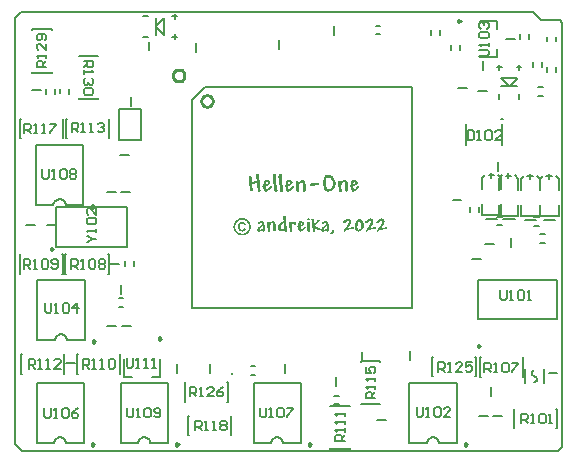
<source format=gto>
G04*
G04 #@! TF.GenerationSoftware,Altium Limited,Altium Designer,20.2.7 (254)*
G04*
G04 Layer_Color=65535*
%FSLAX25Y25*%
%MOIN*%
G70*
G04*
G04 #@! TF.SameCoordinates,C0B213B8-0E46-4196-9EA8-866AAEF12B77*
G04*
G04*
G04 #@! TF.FilePolarity,Positive*
G04*
G01*
G75*
%ADD10C,0.00787*%
%ADD11C,0.00591*%
%ADD12C,0.01000*%
%ADD13C,0.00984*%
%ADD14C,0.00800*%
%ADD15C,0.00669*%
%ADD16C,0.00650*%
G36*
X81342Y92825D02*
X81390D01*
X81486Y92786D01*
X81544Y92767D01*
X81592Y92728D01*
X81602D01*
X81612Y92709D01*
X81660Y92651D01*
X81708Y92555D01*
X81717Y92498D01*
X81727Y92431D01*
Y92421D01*
Y92373D01*
Y92334D01*
X81736Y92286D01*
Y92229D01*
Y92161D01*
X81746Y92075D01*
Y91988D01*
X81756Y91883D01*
X81765Y91758D01*
X81775Y91623D01*
X81794Y91470D01*
X81804Y91306D01*
X81823Y91124D01*
Y91104D01*
X81832Y91066D01*
Y90999D01*
X81842Y90922D01*
X81852Y90845D01*
Y90768D01*
X81861Y90710D01*
Y90662D01*
X81929Y90672D01*
X81948D01*
X81986Y90662D01*
X82044Y90624D01*
X82073Y90595D01*
X82102Y90557D01*
Y90547D01*
X82111Y90537D01*
X82150Y90480D01*
X82178Y90403D01*
X82188Y90297D01*
Y90288D01*
Y90278D01*
Y90249D01*
X82178Y90211D01*
X82150Y90105D01*
X82102Y89970D01*
Y89961D01*
X82092Y89942D01*
X82054Y89884D01*
X82006Y89817D01*
X81977Y89797D01*
X81948Y89788D01*
X81977Y89288D01*
Y89269D01*
X81986Y89230D01*
Y89192D01*
X81996Y89144D01*
X82006Y89086D01*
X82015Y89019D01*
X82025Y88942D01*
X82034Y88856D01*
X82044Y88759D01*
X82063Y88644D01*
X82082Y88529D01*
X82102Y88385D01*
X82121Y88240D01*
X82140Y88077D01*
Y88068D01*
X82150Y88039D01*
Y87991D01*
X82159Y87933D01*
X82169Y87866D01*
X82178Y87789D01*
X82207Y87616D01*
X82236Y87443D01*
X82255Y87279D01*
X82265Y87212D01*
Y87155D01*
X82275Y87107D01*
Y87078D01*
Y87068D01*
Y87049D01*
X82265Y87020D01*
X82255Y86982D01*
X82227Y86885D01*
X82188Y86838D01*
X82150Y86789D01*
X82140D01*
X82130Y86770D01*
X82102Y86761D01*
X82063Y86741D01*
X81967Y86703D01*
X81900Y86693D01*
X81832Y86684D01*
X81794D01*
X81746Y86693D01*
X81698Y86703D01*
X81631Y86722D01*
X81573Y86751D01*
X81506Y86789D01*
X81448Y86847D01*
X81438Y86857D01*
X81429Y86876D01*
X81410Y86914D01*
X81381Y86962D01*
X81352Y87030D01*
X81333Y87107D01*
X81323Y87193D01*
X81314Y87289D01*
Y87308D01*
Y87328D01*
Y87356D01*
X81304Y87395D01*
Y87453D01*
X81294Y87520D01*
Y87616D01*
X81275Y87712D01*
X81265Y87837D01*
X81256Y87981D01*
X81237Y88144D01*
X81208Y88337D01*
X81189Y88548D01*
X81160Y88788D01*
X81121Y89057D01*
Y89067D01*
Y89077D01*
X81112Y89134D01*
X81102Y89211D01*
X81093Y89307D01*
X81083Y89413D01*
X81073Y89509D01*
X81064Y89596D01*
X81054Y89653D01*
X81045D01*
X81025Y89644D01*
X80977D01*
X80929Y89634D01*
X80852Y89615D01*
X80775Y89605D01*
X80679Y89586D01*
X80574Y89567D01*
X80458Y89538D01*
X80324Y89519D01*
X80045Y89451D01*
X79728Y89384D01*
X79392Y89298D01*
Y89288D01*
Y89259D01*
X79401Y89201D01*
X79411Y89115D01*
X79430Y89009D01*
X79449Y88856D01*
X79468Y88683D01*
X79478Y88577D01*
X79497Y88462D01*
Y88452D01*
Y88433D01*
X79507Y88404D01*
X79517Y88356D01*
X79536Y88250D01*
X79555Y88116D01*
X79584Y87962D01*
X79603Y87818D01*
X79632Y87674D01*
X79661Y87549D01*
X79670Y87539D01*
X79709Y87529D01*
X79738Y87501D01*
X79766Y87472D01*
X79776Y87462D01*
X79786Y87443D01*
X79795Y87395D01*
Y87318D01*
Y87308D01*
Y87299D01*
X79786Y87270D01*
X79766Y87231D01*
X79738Y87193D01*
X79699Y87135D01*
X79651Y87078D01*
X79574Y87011D01*
X79564Y87001D01*
X79536Y86982D01*
X79497Y86953D01*
X79449Y86924D01*
X79334Y86866D01*
X79267Y86847D01*
X79209Y86838D01*
X79190D01*
X79132Y86847D01*
X79046Y86876D01*
X78949Y86934D01*
X78892Y86972D01*
X78844Y87030D01*
X78796Y87087D01*
X78757Y87164D01*
X78719Y87251D01*
X78690Y87356D01*
X78661Y87472D01*
X78652Y87606D01*
Y87616D01*
Y87664D01*
X78642Y87731D01*
X78632Y87827D01*
X78623Y87962D01*
X78613Y88135D01*
X78604Y88231D01*
X78594Y88337D01*
X78584Y88462D01*
X78575Y88586D01*
Y88596D01*
Y88615D01*
X78565Y88644D01*
Y88673D01*
X78556Y88769D01*
X78546Y88884D01*
X78536Y89000D01*
X78527Y89115D01*
X78517Y89211D01*
Y89240D01*
Y89269D01*
X78507D01*
X78469Y89288D01*
X78411Y89327D01*
X78382Y89355D01*
X78354Y89403D01*
Y89413D01*
X78344Y89432D01*
X78315Y89490D01*
X78277Y89567D01*
X78267Y89644D01*
Y89653D01*
Y89663D01*
X78277Y89720D01*
X78296Y89788D01*
X78325Y89865D01*
Y89874D01*
X78334Y89884D01*
X78363Y89922D01*
X78411Y89961D01*
X78479Y89990D01*
Y89999D01*
Y90009D01*
X78469Y90038D01*
Y90086D01*
X78459Y90153D01*
X78440Y90249D01*
X78421Y90355D01*
X78402Y90499D01*
Y90509D01*
X78392Y90537D01*
Y90576D01*
X78382Y90633D01*
X78363Y90710D01*
X78354Y90787D01*
X78325Y90970D01*
X78296Y91162D01*
X78277Y91354D01*
X78258Y91527D01*
X78248Y91604D01*
Y91671D01*
Y91681D01*
Y91710D01*
X78258Y91748D01*
X78267Y91796D01*
X78286Y91844D01*
X78306Y91912D01*
X78344Y91960D01*
X78392Y92017D01*
X78402Y92027D01*
X78421Y92036D01*
X78450Y92056D01*
X78488Y92085D01*
X78604Y92133D01*
X78661Y92142D01*
X78728Y92152D01*
X78767D01*
X78805Y92142D01*
X78853Y92133D01*
X78911Y92113D01*
X78969Y92075D01*
X79036Y92036D01*
X79094Y91979D01*
X79103Y91969D01*
X79123Y91950D01*
X79142Y91912D01*
X79180Y91864D01*
X79209Y91806D01*
X79228Y91729D01*
X79247Y91642D01*
X79257Y91546D01*
Y91537D01*
Y91508D01*
Y91460D01*
Y91393D01*
Y91316D01*
X79267Y91220D01*
Y91114D01*
X79276Y91008D01*
X79286Y90768D01*
X79305Y90528D01*
X79334Y90288D01*
X79372Y90066D01*
X79382D01*
X79420Y90076D01*
X79468Y90086D01*
X79545Y90095D01*
X79622Y90105D01*
X79728Y90124D01*
X79834Y90143D01*
X79949Y90172D01*
X80208Y90220D01*
X80468Y90288D01*
X80727Y90364D01*
X80843Y90403D01*
X80958Y90451D01*
Y90460D01*
Y90489D01*
X80948Y90547D01*
X80939Y90624D01*
X80929Y90729D01*
X80910Y90864D01*
X80881Y91027D01*
X80852Y91229D01*
Y91239D01*
X80843Y91268D01*
Y91306D01*
X80833Y91364D01*
X80823Y91422D01*
X80814Y91498D01*
X80785Y91671D01*
X80756Y91854D01*
X80737Y92036D01*
X80727Y92200D01*
X80718Y92277D01*
Y92334D01*
Y92344D01*
Y92373D01*
X80727Y92402D01*
X80737Y92450D01*
X80756Y92507D01*
X80785Y92565D01*
X80823Y92623D01*
X80881Y92680D01*
X80891Y92690D01*
X80910Y92709D01*
X80948Y92728D01*
X80996Y92757D01*
X81054Y92786D01*
X81121Y92815D01*
X81198Y92825D01*
X81275Y92834D01*
X81304D01*
X81342Y92825D01*
D02*
G37*
G36*
X110566Y90672D02*
X110634Y90662D01*
X110711Y90633D01*
X110787Y90605D01*
X110874Y90557D01*
X110951Y90489D01*
X110960Y90480D01*
X110989Y90451D01*
X111028Y90412D01*
X111066Y90345D01*
X111124Y90268D01*
X111172Y90172D01*
X111220Y90057D01*
X111268Y89932D01*
X111277Y89913D01*
Y89894D01*
X111287Y89855D01*
X111297Y89807D01*
X111306Y89749D01*
X111316Y89682D01*
X111326Y89596D01*
X111335Y89499D01*
X111354Y89384D01*
X111364Y89250D01*
X111374Y89105D01*
X111383Y88933D01*
X111393Y88750D01*
X111402Y88548D01*
X111412Y88317D01*
Y88308D01*
Y88279D01*
Y88240D01*
X111422Y88183D01*
Y88096D01*
X111431Y88000D01*
Y87885D01*
X111441Y87750D01*
Y87731D01*
X111451Y87693D01*
Y87625D01*
X111460Y87549D01*
X111470Y87385D01*
X111479Y87308D01*
Y87251D01*
Y87241D01*
Y87222D01*
X111470Y87183D01*
X111460Y87145D01*
X111441Y87087D01*
X111402Y87039D01*
X111364Y86982D01*
X111306Y86924D01*
X111297Y86914D01*
X111277Y86905D01*
X111239Y86885D01*
X111191Y86857D01*
X111133Y86828D01*
X111076Y86809D01*
X110999Y86799D01*
X110922Y86789D01*
X110883D01*
X110845Y86799D01*
X110797D01*
X110672Y86828D01*
X110557Y86885D01*
X110547Y86895D01*
X110538Y86905D01*
X110489Y86962D01*
X110432Y87039D01*
X110422Y87097D01*
X110413Y87155D01*
Y87164D01*
Y87174D01*
Y87212D01*
Y87260D01*
Y87318D01*
Y87405D01*
X110422Y87510D01*
Y87645D01*
Y87654D01*
Y87664D01*
Y87693D01*
Y87731D01*
X110432Y87818D01*
Y87933D01*
Y88048D01*
X110442Y88164D01*
Y88269D01*
Y88356D01*
Y88366D01*
Y88385D01*
Y88414D01*
Y88471D01*
Y88481D01*
Y88500D01*
X110451Y88558D01*
Y88635D01*
Y88711D01*
Y88731D01*
Y88769D01*
Y88836D01*
X110442Y88913D01*
Y89019D01*
X110432Y89125D01*
X110413Y89375D01*
X110365Y89615D01*
X110345Y89720D01*
X110307Y89826D01*
X110268Y89903D01*
X110230Y89970D01*
X110172Y90009D01*
X110115Y90028D01*
X110086D01*
X110038Y90018D01*
X109990Y89999D01*
X109923Y89970D01*
X109846Y89932D01*
X109759Y89884D01*
X109673Y89807D01*
X109663Y89797D01*
X109634Y89768D01*
X109586Y89720D01*
X109529Y89653D01*
X109471Y89576D01*
X109404Y89471D01*
X109346Y89365D01*
X109288Y89240D01*
X109279Y89221D01*
X109269Y89182D01*
X109250Y89105D01*
X109221Y89019D01*
X109192Y88904D01*
X109173Y88769D01*
X109163Y88625D01*
X109154Y88471D01*
Y88462D01*
Y88442D01*
Y88394D01*
X109163Y88327D01*
X109173Y88231D01*
X109183Y88106D01*
X109202Y87952D01*
X109231Y87760D01*
Y87750D01*
Y87731D01*
X109240Y87702D01*
X109250Y87664D01*
X109259Y87549D01*
X109279Y87424D01*
X109298Y87279D01*
X109308Y87145D01*
X109327Y87030D01*
Y86972D01*
Y86934D01*
Y86924D01*
Y86914D01*
X109308Y86866D01*
X109279Y86799D01*
X109240Y86761D01*
X109202Y86732D01*
X109192D01*
X109183Y86722D01*
X109125Y86693D01*
X109038Y86664D01*
X108933Y86655D01*
X108875D01*
X108808Y86664D01*
X108731Y86684D01*
X108644Y86713D01*
X108568Y86761D01*
X108491Y86818D01*
X108433Y86905D01*
Y86914D01*
X108414Y86953D01*
X108395Y87020D01*
X108375Y87116D01*
X108346Y87251D01*
X108337Y87328D01*
X108327Y87414D01*
X108308Y87510D01*
X108298Y87625D01*
X108279Y87741D01*
X108270Y87875D01*
Y87885D01*
Y87923D01*
X108260Y87981D01*
X108250Y88048D01*
X108241Y88202D01*
X108231Y88269D01*
X108222Y88337D01*
Y88356D01*
X108212Y88394D01*
X108202Y88462D01*
X108193Y88558D01*
X108183Y88663D01*
X108174Y88779D01*
X108145Y89038D01*
X108106Y89307D01*
X108097Y89442D01*
X108087Y89557D01*
X108077Y89672D01*
X108068Y89759D01*
X108058Y89826D01*
Y89874D01*
Y89884D01*
Y89903D01*
Y89922D01*
X108068Y89961D01*
X108087Y90057D01*
X108125Y90162D01*
X108193Y90259D01*
X108289Y90355D01*
X108346Y90393D01*
X108423Y90412D01*
X108500Y90432D01*
X108596Y90441D01*
X108635D01*
X108683Y90432D01*
X108731Y90422D01*
X108856Y90384D01*
X108904Y90355D01*
X108952Y90307D01*
X108961Y90297D01*
X108971Y90278D01*
X108990Y90249D01*
X109019Y90201D01*
X109038Y90143D01*
X109067Y90066D01*
X109087Y89970D01*
X109106Y89865D01*
X109115Y89884D01*
X109154Y89932D01*
X109211Y89999D01*
X109288Y90086D01*
X109375Y90182D01*
X109481Y90288D01*
X109605Y90384D01*
X109730Y90470D01*
X109749Y90480D01*
X109788Y90499D01*
X109865Y90537D01*
X109951Y90576D01*
X110067Y90614D01*
X110192Y90653D01*
X110326Y90672D01*
X110461Y90681D01*
X110509D01*
X110566Y90672D01*
D02*
G37*
G36*
X96449D02*
X96517Y90662D01*
X96593Y90633D01*
X96670Y90605D01*
X96757Y90557D01*
X96834Y90489D01*
X96843Y90480D01*
X96872Y90451D01*
X96911Y90412D01*
X96949Y90345D01*
X97007Y90268D01*
X97055Y90172D01*
X97103Y90057D01*
X97151Y89932D01*
X97161Y89913D01*
Y89894D01*
X97170Y89855D01*
X97180Y89807D01*
X97189Y89749D01*
X97199Y89682D01*
X97208Y89596D01*
X97218Y89499D01*
X97237Y89384D01*
X97247Y89250D01*
X97257Y89105D01*
X97266Y88933D01*
X97276Y88750D01*
X97285Y88548D01*
X97295Y88317D01*
Y88308D01*
Y88279D01*
Y88240D01*
X97305Y88183D01*
Y88096D01*
X97314Y88000D01*
Y87885D01*
X97324Y87750D01*
Y87731D01*
X97333Y87693D01*
Y87625D01*
X97343Y87549D01*
X97353Y87385D01*
X97362Y87308D01*
Y87251D01*
Y87241D01*
Y87222D01*
X97353Y87183D01*
X97343Y87145D01*
X97324Y87087D01*
X97285Y87039D01*
X97247Y86982D01*
X97189Y86924D01*
X97180Y86914D01*
X97161Y86905D01*
X97122Y86885D01*
X97074Y86857D01*
X97016Y86828D01*
X96959Y86809D01*
X96882Y86799D01*
X96805Y86789D01*
X96766D01*
X96728Y86799D01*
X96680D01*
X96555Y86828D01*
X96440Y86885D01*
X96430Y86895D01*
X96421Y86905D01*
X96372Y86962D01*
X96315Y87039D01*
X96305Y87097D01*
X96296Y87155D01*
Y87164D01*
Y87174D01*
Y87212D01*
Y87260D01*
Y87318D01*
Y87405D01*
X96305Y87510D01*
Y87645D01*
Y87654D01*
Y87664D01*
Y87693D01*
Y87731D01*
X96315Y87818D01*
Y87933D01*
Y88048D01*
X96324Y88164D01*
Y88269D01*
Y88356D01*
Y88366D01*
Y88385D01*
Y88414D01*
Y88471D01*
Y88481D01*
Y88500D01*
X96334Y88558D01*
Y88635D01*
Y88711D01*
Y88731D01*
Y88769D01*
Y88836D01*
X96324Y88913D01*
Y89019D01*
X96315Y89125D01*
X96296Y89375D01*
X96248Y89615D01*
X96228Y89720D01*
X96190Y89826D01*
X96151Y89903D01*
X96113Y89970D01*
X96055Y90009D01*
X95998Y90028D01*
X95969D01*
X95921Y90018D01*
X95873Y89999D01*
X95805Y89970D01*
X95729Y89932D01*
X95642Y89884D01*
X95556Y89807D01*
X95546Y89797D01*
X95517Y89768D01*
X95469Y89720D01*
X95411Y89653D01*
X95354Y89576D01*
X95287Y89471D01*
X95229Y89365D01*
X95171Y89240D01*
X95162Y89221D01*
X95152Y89182D01*
X95133Y89105D01*
X95104Y89019D01*
X95075Y88904D01*
X95056Y88769D01*
X95046Y88625D01*
X95037Y88471D01*
Y88462D01*
Y88442D01*
Y88394D01*
X95046Y88327D01*
X95056Y88231D01*
X95065Y88106D01*
X95085Y87952D01*
X95113Y87760D01*
Y87750D01*
Y87731D01*
X95123Y87702D01*
X95133Y87664D01*
X95142Y87549D01*
X95162Y87424D01*
X95181Y87279D01*
X95190Y87145D01*
X95210Y87030D01*
Y86972D01*
Y86934D01*
Y86924D01*
Y86914D01*
X95190Y86866D01*
X95162Y86799D01*
X95123Y86761D01*
X95085Y86732D01*
X95075D01*
X95065Y86722D01*
X95008Y86693D01*
X94921Y86664D01*
X94816Y86655D01*
X94758D01*
X94691Y86664D01*
X94614Y86684D01*
X94527Y86713D01*
X94450Y86761D01*
X94374Y86818D01*
X94316Y86905D01*
Y86914D01*
X94297Y86953D01*
X94277Y87020D01*
X94258Y87116D01*
X94229Y87251D01*
X94220Y87328D01*
X94210Y87414D01*
X94191Y87510D01*
X94181Y87625D01*
X94162Y87741D01*
X94152Y87875D01*
Y87885D01*
Y87923D01*
X94143Y87981D01*
X94133Y88048D01*
X94124Y88202D01*
X94114Y88269D01*
X94104Y88337D01*
Y88356D01*
X94095Y88394D01*
X94085Y88462D01*
X94076Y88558D01*
X94066Y88663D01*
X94056Y88779D01*
X94028Y89038D01*
X93989Y89307D01*
X93980Y89442D01*
X93970Y89557D01*
X93960Y89672D01*
X93951Y89759D01*
X93941Y89826D01*
Y89874D01*
Y89884D01*
Y89903D01*
Y89922D01*
X93951Y89961D01*
X93970Y90057D01*
X94008Y90162D01*
X94076Y90259D01*
X94172Y90355D01*
X94229Y90393D01*
X94306Y90412D01*
X94383Y90432D01*
X94479Y90441D01*
X94518D01*
X94566Y90432D01*
X94614Y90422D01*
X94739Y90384D01*
X94787Y90355D01*
X94835Y90307D01*
X94844Y90297D01*
X94854Y90278D01*
X94873Y90249D01*
X94902Y90201D01*
X94921Y90143D01*
X94950Y90066D01*
X94969Y89970D01*
X94989Y89865D01*
X94998Y89884D01*
X95037Y89932D01*
X95094Y89999D01*
X95171Y90086D01*
X95258Y90182D01*
X95363Y90288D01*
X95488Y90384D01*
X95613Y90470D01*
X95632Y90480D01*
X95671Y90499D01*
X95748Y90537D01*
X95834Y90576D01*
X95950Y90614D01*
X96074Y90653D01*
X96209Y90672D01*
X96344Y90681D01*
X96392D01*
X96449Y90672D01*
D02*
G37*
G36*
X101331Y89768D02*
X101379Y89759D01*
X101475Y89730D01*
X101523Y89692D01*
X101571Y89653D01*
X101581Y89644D01*
X101591Y89634D01*
X101639Y89576D01*
X101677Y89480D01*
X101687Y89432D01*
X101696Y89375D01*
Y89365D01*
Y89346D01*
X101687Y89317D01*
Y89278D01*
X101648Y89173D01*
X101629Y89125D01*
X101591Y89067D01*
Y89057D01*
X101571Y89048D01*
X101523Y89000D01*
X101437Y88952D01*
X101389Y88942D01*
X101331Y88933D01*
X101225D01*
X101168Y88923D01*
X101101D01*
X101014Y88913D01*
X100928D01*
X100822Y88894D01*
X100716Y88884D01*
X100466Y88856D01*
X100188Y88807D01*
X99890Y88740D01*
X99880D01*
X99861Y88731D01*
X99832D01*
X99794Y88721D01*
X99688Y88702D01*
X99573Y88673D01*
X99448Y88644D01*
X99332Y88625D01*
X99236Y88615D01*
X99207Y88606D01*
X99159D01*
X99130Y88615D01*
X99102Y88625D01*
X99015Y88663D01*
X98967Y88692D01*
X98929Y88731D01*
Y88740D01*
X98909Y88750D01*
X98900Y88779D01*
X98881Y88817D01*
X98852Y88913D01*
X98833Y89019D01*
Y89029D01*
Y89048D01*
X98842Y89077D01*
X98852Y89115D01*
X98881Y89221D01*
X98909Y89278D01*
X98948Y89336D01*
X98958Y89346D01*
X98967Y89365D01*
X99025Y89423D01*
X99111Y89471D01*
X99169Y89490D01*
X99227Y89499D01*
X99284D01*
X99342Y89509D01*
X99419Y89519D01*
X99534Y89528D01*
X99669Y89547D01*
X99755Y89567D01*
X99851Y89576D01*
X99861D01*
X99899Y89586D01*
X99957Y89596D01*
X100024Y89605D01*
X100159Y89624D01*
X100216D01*
X100265Y89634D01*
X100284D01*
X100322Y89644D01*
X100361D01*
X100418Y89653D01*
X100495Y89663D01*
X100582Y89672D01*
X100687Y89692D01*
X100707D01*
X100764Y89701D01*
X100841Y89720D01*
X100928Y89740D01*
X101024Y89749D01*
X101120Y89768D01*
X101206Y89778D01*
X101293D01*
X101331Y89768D01*
D02*
G37*
G36*
X104512Y92488D02*
X104551Y92479D01*
X104589Y92459D01*
X104637Y92440D01*
X104695Y92402D01*
X104743Y92354D01*
X104752Y92344D01*
X104762Y92325D01*
X104791Y92296D01*
X104820Y92267D01*
X104868Y92171D01*
X104877Y92123D01*
X104887Y92065D01*
Y92056D01*
Y92017D01*
Y91960D01*
X104877Y91892D01*
X104858Y91729D01*
X104839Y91652D01*
X104810Y91575D01*
Y91566D01*
X104800Y91546D01*
X104762Y91489D01*
X104704Y91422D01*
X104675Y91402D01*
X104647Y91393D01*
X104627D01*
X104589Y91402D01*
X104531Y91422D01*
X104493Y91460D01*
X104483Y91470D01*
X104464Y91498D01*
X104435Y91527D01*
X104397Y91537D01*
X104378Y91527D01*
X104358Y91508D01*
X104330Y91470D01*
X104301Y91402D01*
X104281Y91364D01*
X104272Y91306D01*
X104253Y91239D01*
X104233Y91172D01*
X104214Y91085D01*
X104195Y90989D01*
Y90979D01*
Y90960D01*
X104185Y90931D01*
X104176Y90893D01*
Y90835D01*
X104166Y90778D01*
X104156Y90701D01*
X104147Y90614D01*
X104128Y90412D01*
X104118Y90182D01*
X104099Y89922D01*
Y89624D01*
Y89615D01*
Y89576D01*
Y89528D01*
Y89461D01*
X104109Y89375D01*
Y89278D01*
X104118Y89173D01*
X104128Y89057D01*
X104147Y88807D01*
X104185Y88558D01*
X104233Y88308D01*
X104262Y88192D01*
X104301Y88087D01*
Y88077D01*
X104310Y88068D01*
X104339Y88000D01*
X104387Y87914D01*
X104445Y87818D01*
X104522Y87722D01*
X104618Y87635D01*
X104724Y87568D01*
X104781Y87558D01*
X104849Y87549D01*
X104906D01*
X104954Y87558D01*
X105012Y87568D01*
X105079Y87577D01*
X105223Y87625D01*
X105396Y87693D01*
X105492Y87741D01*
X105588Y87789D01*
X105684Y87856D01*
X105781Y87933D01*
X105867Y88020D01*
X105963Y88125D01*
X105973Y88135D01*
X105982Y88154D01*
X106011Y88183D01*
X106040Y88231D01*
X106079Y88289D01*
X106117Y88356D01*
X106165Y88433D01*
X106213Y88519D01*
X106300Y88721D01*
X106376Y88952D01*
X106434Y89211D01*
X106444Y89346D01*
X106453Y89490D01*
Y89499D01*
Y89519D01*
Y89557D01*
X106444Y89605D01*
Y89663D01*
X106434Y89730D01*
X106405Y89894D01*
X106357Y90086D01*
X106280Y90288D01*
X106184Y90509D01*
X106050Y90720D01*
Y90729D01*
X106030Y90749D01*
X106011Y90778D01*
X105982Y90816D01*
X105896Y90912D01*
X105781Y91037D01*
X105646Y91162D01*
X105483Y91296D01*
X105300Y91422D01*
X105108Y91518D01*
X105098Y91527D01*
X105079Y91537D01*
X105041Y91566D01*
X105002Y91614D01*
X104964Y91681D01*
X104925Y91767D01*
X104906Y91873D01*
X104896Y92017D01*
Y92027D01*
Y92046D01*
X104906Y92104D01*
X104925Y92171D01*
X104973Y92248D01*
X104993Y92257D01*
X105031Y92296D01*
X105098Y92325D01*
X105194Y92334D01*
X105243D01*
X105281Y92325D01*
X105387Y92315D01*
X105511Y92286D01*
X105665Y92229D01*
X105838Y92152D01*
X106021Y92056D01*
X106107Y91988D01*
X106203Y91912D01*
X106213D01*
X106223Y91892D01*
X106252Y91873D01*
X106290Y91835D01*
X106376Y91748D01*
X106492Y91623D01*
X106617Y91460D01*
X106751Y91277D01*
X106886Y91056D01*
X107011Y90816D01*
Y90806D01*
X107020Y90787D01*
X107039Y90749D01*
X107059Y90701D01*
X107088Y90643D01*
X107107Y90566D01*
X107136Y90489D01*
X107174Y90393D01*
X107232Y90191D01*
X107280Y89961D01*
X107318Y89711D01*
X107328Y89461D01*
Y89451D01*
Y89432D01*
Y89403D01*
X107318Y89365D01*
Y89307D01*
X107309Y89240D01*
X107280Y89086D01*
X107232Y88904D01*
X107165Y88692D01*
X107068Y88462D01*
X106934Y88221D01*
Y88212D01*
X106915Y88192D01*
X106895Y88154D01*
X106867Y88116D01*
X106828Y88058D01*
X106780Y87991D01*
X106665Y87846D01*
X106530Y87683D01*
X106367Y87510D01*
X106175Y87337D01*
X105963Y87183D01*
X105954D01*
X105934Y87164D01*
X105905Y87145D01*
X105858Y87126D01*
X105809Y87097D01*
X105742Y87059D01*
X105588Y86991D01*
X105406Y86924D01*
X105204Y86857D01*
X104973Y86818D01*
X104743Y86799D01*
X104704D01*
X104666Y86809D01*
X104608D01*
X104541Y86818D01*
X104464Y86838D01*
X104291Y86885D01*
X104195Y86924D01*
X104099Y86972D01*
X103993Y87020D01*
X103897Y87087D01*
X103801Y87174D01*
X103705Y87260D01*
X103618Y87366D01*
X103542Y87491D01*
Y87501D01*
X103522Y87529D01*
X103503Y87568D01*
X103484Y87625D01*
X103455Y87702D01*
X103417Y87799D01*
X103378Y87914D01*
X103349Y88048D01*
X103311Y88202D01*
X103272Y88366D01*
X103244Y88558D01*
X103205Y88769D01*
X103186Y89000D01*
X103167Y89259D01*
X103147Y89528D01*
Y89826D01*
Y89836D01*
Y89855D01*
Y89894D01*
Y89942D01*
X103157Y90009D01*
Y90076D01*
X103167Y90249D01*
X103186Y90451D01*
X103224Y90672D01*
X103263Y90893D01*
X103321Y91124D01*
Y91133D01*
X103330Y91152D01*
X103340Y91181D01*
X103359Y91229D01*
X103397Y91335D01*
X103455Y91479D01*
X103522Y91633D01*
X103609Y91796D01*
X103715Y91960D01*
X103830Y92113D01*
X103849Y92133D01*
X103887Y92171D01*
X103945Y92238D01*
X104032Y92306D01*
X104128Y92373D01*
X104233Y92440D01*
X104339Y92479D01*
X104454Y92498D01*
X104483D01*
X104512Y92488D01*
D02*
G37*
G36*
X113190Y90797D02*
X113286Y90787D01*
X113401Y90768D01*
X113536Y90749D01*
X113670Y90710D01*
X113805Y90662D01*
X113824Y90653D01*
X113863Y90633D01*
X113930Y90605D01*
X114016Y90557D01*
X114112Y90509D01*
X114218Y90441D01*
X114324Y90364D01*
X114420Y90278D01*
X114430Y90268D01*
X114458Y90239D01*
X114506Y90191D01*
X114555Y90134D01*
X114593Y90066D01*
X114641Y89999D01*
X114670Y89922D01*
X114680Y89845D01*
Y89836D01*
Y89807D01*
Y89768D01*
X114670Y89720D01*
X114660Y89605D01*
X114651Y89557D01*
X114631Y89509D01*
X114622Y89490D01*
X114593Y89442D01*
X114545Y89384D01*
X114478Y89307D01*
X114468D01*
X114449Y89288D01*
X114420Y89259D01*
X114353Y89230D01*
X114276Y89173D01*
X114161Y89105D01*
X114007Y89019D01*
X113920Y88971D01*
X113824Y88913D01*
X113815D01*
X113805Y88904D01*
X113776Y88884D01*
X113738Y88865D01*
X113651Y88817D01*
X113546Y88759D01*
X113440Y88692D01*
X113334Y88635D01*
X113257Y88586D01*
X113228Y88567D01*
X113209Y88558D01*
Y88346D01*
Y88337D01*
Y88298D01*
X113219Y88240D01*
Y88173D01*
X113228Y88087D01*
X113248Y88000D01*
X113296Y87827D01*
Y87818D01*
X113315Y87789D01*
X113324Y87760D01*
X113353Y87722D01*
X113382Y87674D01*
X113411Y87645D01*
X113449Y87616D01*
X113488Y87606D01*
X113497D01*
X113526Y87616D01*
X113574Y87635D01*
X113642Y87674D01*
X113738Y87731D01*
X113853Y87818D01*
X113920Y87875D01*
X113997Y87952D01*
X114074Y88029D01*
X114161Y88116D01*
X114180Y88135D01*
X114228Y88183D01*
X114295Y88250D01*
X114372Y88327D01*
X114458Y88414D01*
X114545Y88500D01*
X114622Y88567D01*
X114680Y88615D01*
X114689D01*
X114699Y88635D01*
X114756Y88663D01*
X114833Y88692D01*
X114920Y88711D01*
X114968D01*
X115016Y88702D01*
X115083Y88683D01*
X115141Y88644D01*
X115189Y88596D01*
X115227Y88529D01*
X115237Y88442D01*
Y88433D01*
X115227Y88385D01*
X115189Y88317D01*
X115160Y88269D01*
X115121Y88212D01*
X115074Y88144D01*
X115006Y88077D01*
X114939Y87991D01*
X114843Y87904D01*
X114737Y87808D01*
X114612Y87693D01*
X114468Y87577D01*
X114305Y87453D01*
X114295D01*
X114276Y87433D01*
X114237Y87405D01*
X114180Y87356D01*
X114170Y87347D01*
X114141Y87328D01*
X114103Y87299D01*
X114055Y87260D01*
X113988Y87212D01*
X113920Y87155D01*
X113767Y87049D01*
X113594Y86934D01*
X113440Y86828D01*
X113363Y86789D01*
X113305Y86761D01*
X113248Y86741D01*
X113209Y86732D01*
X113190D01*
X113152Y86741D01*
X113075Y86751D01*
X112988Y86789D01*
X112892Y86838D01*
X112786Y86914D01*
X112681Y87030D01*
X112633Y87097D01*
X112584Y87174D01*
Y87183D01*
X112575Y87193D01*
X112546Y87251D01*
X112508Y87347D01*
X112469Y87462D01*
X112421Y87606D01*
X112383Y87779D01*
X112354Y87962D01*
X112344Y88164D01*
Y88317D01*
X112335D01*
X112296Y88308D01*
X112239Y88298D01*
X112162Y88289D01*
X112152D01*
X112123Y88298D01*
X112085Y88327D01*
X112046Y88375D01*
X112037Y88394D01*
X112027Y88433D01*
X112008Y88481D01*
X111998Y88538D01*
Y88548D01*
Y88567D01*
Y88596D01*
X112008Y88635D01*
X112027Y88721D01*
X112056Y88788D01*
X112066Y88798D01*
X112085Y88817D01*
X112114Y88836D01*
X112152Y88865D01*
X112190Y88894D01*
X112258Y88923D01*
X112325Y88952D01*
Y88961D01*
Y88971D01*
Y89029D01*
X112335Y89125D01*
Y89240D01*
X112354Y89375D01*
X112373Y89519D01*
X112392Y89672D01*
X112431Y89826D01*
Y89836D01*
X112440Y89845D01*
X112450Y89894D01*
X112479Y89970D01*
X112508Y90066D01*
X112546Y90182D01*
X112594Y90297D01*
X112652Y90412D01*
X112719Y90518D01*
X112729Y90528D01*
X112748Y90566D01*
X112786Y90614D01*
X112825Y90662D01*
X112882Y90720D01*
X112931Y90758D01*
X112988Y90797D01*
X113046Y90806D01*
X113113D01*
X113190Y90797D01*
D02*
G37*
G36*
X91462D02*
X91558Y90787D01*
X91673Y90768D01*
X91808Y90749D01*
X91942Y90710D01*
X92077Y90662D01*
X92096Y90653D01*
X92134Y90633D01*
X92202Y90605D01*
X92288Y90557D01*
X92384Y90509D01*
X92490Y90441D01*
X92596Y90364D01*
X92692Y90278D01*
X92701Y90268D01*
X92730Y90239D01*
X92778Y90191D01*
X92826Y90134D01*
X92865Y90066D01*
X92913Y89999D01*
X92942Y89922D01*
X92951Y89845D01*
Y89836D01*
Y89807D01*
Y89768D01*
X92942Y89720D01*
X92932Y89605D01*
X92922Y89557D01*
X92903Y89509D01*
X92894Y89490D01*
X92865Y89442D01*
X92817Y89384D01*
X92750Y89307D01*
X92740D01*
X92721Y89288D01*
X92692Y89259D01*
X92624Y89230D01*
X92548Y89173D01*
X92432Y89105D01*
X92279Y89019D01*
X92192Y88971D01*
X92096Y88913D01*
X92086D01*
X92077Y88904D01*
X92048Y88884D01*
X92010Y88865D01*
X91923Y88817D01*
X91817Y88759D01*
X91712Y88692D01*
X91606Y88635D01*
X91529Y88586D01*
X91500Y88567D01*
X91481Y88558D01*
Y88346D01*
Y88337D01*
Y88298D01*
X91491Y88240D01*
Y88173D01*
X91500Y88087D01*
X91519Y88000D01*
X91567Y87827D01*
Y87818D01*
X91587Y87789D01*
X91596Y87760D01*
X91625Y87722D01*
X91654Y87674D01*
X91683Y87645D01*
X91721Y87616D01*
X91760Y87606D01*
X91769D01*
X91798Y87616D01*
X91846Y87635D01*
X91913Y87674D01*
X92010Y87731D01*
X92125Y87818D01*
X92192Y87875D01*
X92269Y87952D01*
X92346Y88029D01*
X92432Y88116D01*
X92452Y88135D01*
X92500Y88183D01*
X92567Y88250D01*
X92644Y88327D01*
X92730Y88414D01*
X92817Y88500D01*
X92894Y88567D01*
X92951Y88615D01*
X92961D01*
X92971Y88635D01*
X93028Y88663D01*
X93105Y88692D01*
X93191Y88711D01*
X93240D01*
X93288Y88702D01*
X93355Y88683D01*
X93413Y88644D01*
X93461Y88596D01*
X93499Y88529D01*
X93509Y88442D01*
Y88433D01*
X93499Y88385D01*
X93461Y88317D01*
X93432Y88269D01*
X93393Y88212D01*
X93345Y88144D01*
X93278Y88077D01*
X93211Y87991D01*
X93115Y87904D01*
X93009Y87808D01*
X92884Y87693D01*
X92740Y87577D01*
X92576Y87453D01*
X92567D01*
X92548Y87433D01*
X92509Y87405D01*
X92452Y87356D01*
X92442Y87347D01*
X92413Y87328D01*
X92375Y87299D01*
X92327Y87260D01*
X92259Y87212D01*
X92192Y87155D01*
X92038Y87049D01*
X91865Y86934D01*
X91712Y86828D01*
X91635Y86789D01*
X91577Y86761D01*
X91519Y86741D01*
X91481Y86732D01*
X91462D01*
X91423Y86741D01*
X91346Y86751D01*
X91260Y86789D01*
X91164Y86838D01*
X91058Y86914D01*
X90952Y87030D01*
X90904Y87097D01*
X90856Y87174D01*
Y87183D01*
X90847Y87193D01*
X90818Y87251D01*
X90779Y87347D01*
X90741Y87462D01*
X90693Y87606D01*
X90654Y87779D01*
X90626Y87962D01*
X90616Y88164D01*
Y88317D01*
X90606D01*
X90568Y88308D01*
X90510Y88298D01*
X90434Y88289D01*
X90424D01*
X90395Y88298D01*
X90357Y88327D01*
X90318Y88375D01*
X90308Y88394D01*
X90299Y88433D01*
X90280Y88481D01*
X90270Y88538D01*
Y88548D01*
Y88567D01*
Y88596D01*
X90280Y88635D01*
X90299Y88721D01*
X90328Y88788D01*
X90337Y88798D01*
X90357Y88817D01*
X90385Y88836D01*
X90424Y88865D01*
X90462Y88894D01*
X90530Y88923D01*
X90597Y88952D01*
Y88961D01*
Y88971D01*
Y89029D01*
X90606Y89125D01*
Y89240D01*
X90626Y89375D01*
X90645Y89519D01*
X90664Y89672D01*
X90702Y89826D01*
Y89836D01*
X90712Y89845D01*
X90722Y89894D01*
X90751Y89970D01*
X90779Y90066D01*
X90818Y90182D01*
X90866Y90297D01*
X90924Y90412D01*
X90991Y90518D01*
X91000Y90528D01*
X91020Y90566D01*
X91058Y90614D01*
X91097Y90662D01*
X91154Y90720D01*
X91202Y90758D01*
X91260Y90797D01*
X91318Y90806D01*
X91385D01*
X91462Y90797D01*
D02*
G37*
G36*
X84072D02*
X84168Y90787D01*
X84283Y90768D01*
X84418Y90749D01*
X84552Y90710D01*
X84687Y90662D01*
X84706Y90653D01*
X84744Y90633D01*
X84812Y90605D01*
X84898Y90557D01*
X84994Y90509D01*
X85100Y90441D01*
X85206Y90364D01*
X85302Y90278D01*
X85311Y90268D01*
X85340Y90239D01*
X85388Y90191D01*
X85436Y90134D01*
X85475Y90066D01*
X85523Y89999D01*
X85552Y89922D01*
X85561Y89845D01*
Y89836D01*
Y89807D01*
Y89768D01*
X85552Y89720D01*
X85542Y89605D01*
X85532Y89557D01*
X85513Y89509D01*
X85504Y89490D01*
X85475Y89442D01*
X85427Y89384D01*
X85359Y89307D01*
X85350D01*
X85330Y89288D01*
X85302Y89259D01*
X85234Y89230D01*
X85158Y89173D01*
X85042Y89105D01*
X84888Y89019D01*
X84802Y88971D01*
X84706Y88913D01*
X84696D01*
X84687Y88904D01*
X84658Y88884D01*
X84619Y88865D01*
X84533Y88817D01*
X84427Y88759D01*
X84321Y88692D01*
X84216Y88635D01*
X84139Y88586D01*
X84110Y88567D01*
X84091Y88558D01*
Y88346D01*
Y88337D01*
Y88298D01*
X84101Y88240D01*
Y88173D01*
X84110Y88087D01*
X84129Y88000D01*
X84177Y87827D01*
Y87818D01*
X84197Y87789D01*
X84206Y87760D01*
X84235Y87722D01*
X84264Y87674D01*
X84293Y87645D01*
X84331Y87616D01*
X84369Y87606D01*
X84379D01*
X84408Y87616D01*
X84456Y87635D01*
X84523Y87674D01*
X84619Y87731D01*
X84735Y87818D01*
X84802Y87875D01*
X84879Y87952D01*
X84956Y88029D01*
X85042Y88116D01*
X85062Y88135D01*
X85110Y88183D01*
X85177Y88250D01*
X85254Y88327D01*
X85340Y88414D01*
X85427Y88500D01*
X85504Y88567D01*
X85561Y88615D01*
X85571D01*
X85580Y88635D01*
X85638Y88663D01*
X85715Y88692D01*
X85801Y88711D01*
X85849D01*
X85897Y88702D01*
X85965Y88683D01*
X86023Y88644D01*
X86071Y88596D01*
X86109Y88529D01*
X86119Y88442D01*
Y88433D01*
X86109Y88385D01*
X86071Y88317D01*
X86042Y88269D01*
X86003Y88212D01*
X85955Y88144D01*
X85888Y88077D01*
X85821Y87991D01*
X85725Y87904D01*
X85619Y87808D01*
X85494Y87693D01*
X85350Y87577D01*
X85186Y87453D01*
X85177D01*
X85158Y87433D01*
X85119Y87405D01*
X85062Y87356D01*
X85052Y87347D01*
X85023Y87328D01*
X84985Y87299D01*
X84936Y87260D01*
X84869Y87212D01*
X84802Y87155D01*
X84648Y87049D01*
X84475Y86934D01*
X84321Y86828D01*
X84245Y86789D01*
X84187Y86761D01*
X84129Y86741D01*
X84091Y86732D01*
X84072D01*
X84033Y86741D01*
X83956Y86751D01*
X83870Y86789D01*
X83774Y86838D01*
X83668Y86914D01*
X83562Y87030D01*
X83514Y87097D01*
X83466Y87174D01*
Y87183D01*
X83457Y87193D01*
X83428Y87251D01*
X83389Y87347D01*
X83351Y87462D01*
X83303Y87606D01*
X83264Y87779D01*
X83236Y87962D01*
X83226Y88164D01*
Y88317D01*
X83216D01*
X83178Y88308D01*
X83120Y88298D01*
X83043Y88289D01*
X83034D01*
X83005Y88298D01*
X82967Y88327D01*
X82928Y88375D01*
X82918Y88394D01*
X82909Y88433D01*
X82890Y88481D01*
X82880Y88538D01*
Y88548D01*
Y88567D01*
Y88596D01*
X82890Y88635D01*
X82909Y88721D01*
X82938Y88788D01*
X82947Y88798D01*
X82967Y88817D01*
X82995Y88836D01*
X83034Y88865D01*
X83072Y88894D01*
X83139Y88923D01*
X83207Y88952D01*
Y88961D01*
Y88971D01*
Y89029D01*
X83216Y89125D01*
Y89240D01*
X83236Y89375D01*
X83255Y89519D01*
X83274Y89672D01*
X83312Y89826D01*
Y89836D01*
X83322Y89845D01*
X83332Y89894D01*
X83360Y89970D01*
X83389Y90066D01*
X83428Y90182D01*
X83476Y90297D01*
X83534Y90412D01*
X83601Y90518D01*
X83610Y90528D01*
X83630Y90566D01*
X83668Y90614D01*
X83706Y90662D01*
X83764Y90720D01*
X83812Y90758D01*
X83870Y90797D01*
X83928Y90806D01*
X83995D01*
X84072Y90797D01*
D02*
G37*
G36*
X88915Y92815D02*
X89030Y92786D01*
X89146Y92738D01*
X89155D01*
X89174Y92719D01*
X89223Y92671D01*
X89280Y92594D01*
X89290Y92536D01*
X89299Y92479D01*
Y92459D01*
Y92440D01*
Y92402D01*
Y92363D01*
X89290Y92296D01*
Y92229D01*
X89280Y92142D01*
Y92133D01*
Y92123D01*
Y92065D01*
X89271Y91979D01*
Y91873D01*
X89261Y91748D01*
Y91623D01*
X89251Y91508D01*
Y91393D01*
Y91383D01*
Y91335D01*
X89261Y91306D01*
Y91258D01*
Y91200D01*
X89271Y91133D01*
X89280Y91056D01*
X89290Y90960D01*
X89309Y90845D01*
X89319Y90720D01*
X89338Y90585D01*
X89357Y90422D01*
X89386Y90249D01*
X89415Y90047D01*
Y90038D01*
X89424Y90009D01*
Y89961D01*
X89434Y89903D01*
X89444Y89836D01*
X89463Y89759D01*
X89482Y89576D01*
X89511Y89394D01*
X89540Y89211D01*
X89549Y89125D01*
X89559Y89057D01*
X89569Y88990D01*
Y88942D01*
Y88923D01*
X89578Y88875D01*
X89588Y88779D01*
Y88721D01*
X89597Y88654D01*
X89607Y88577D01*
X89626Y88481D01*
X89636Y88385D01*
X89655Y88279D01*
X89684Y88164D01*
X89703Y88029D01*
X89732Y87895D01*
X89761Y87741D01*
Y87731D01*
X89770Y87722D01*
X89780Y87664D01*
X89799Y87577D01*
X89818Y87472D01*
X89838Y87366D01*
X89857Y87260D01*
X89876Y87174D01*
Y87107D01*
Y87097D01*
Y87078D01*
X89867Y87039D01*
X89857Y87001D01*
X89818Y86905D01*
X89790Y86857D01*
X89741Y86818D01*
X89732D01*
X89722Y86799D01*
X89693Y86789D01*
X89655Y86770D01*
X89607Y86751D01*
X89549Y86732D01*
X89482Y86722D01*
X89405Y86713D01*
X89319D01*
X89251Y86722D01*
X89117Y86741D01*
X88982Y86789D01*
X88973D01*
X88954Y86809D01*
X88896Y86857D01*
X88838Y86924D01*
X88819Y86972D01*
X88809Y87030D01*
Y87039D01*
Y87049D01*
X88800Y87087D01*
Y87135D01*
X88790Y87212D01*
X88780Y87299D01*
X88761Y87424D01*
X88742Y87568D01*
Y87577D01*
Y87606D01*
X88732Y87654D01*
X88723Y87712D01*
X88713Y87789D01*
X88704Y87875D01*
X88684Y88077D01*
X88656Y88298D01*
X88636Y88529D01*
X88617Y88750D01*
X88608Y88846D01*
X88598Y88942D01*
Y88961D01*
X88588Y89009D01*
X88579Y89086D01*
Y89144D01*
X88569Y89211D01*
X88560Y89278D01*
X88550Y89365D01*
X88531Y89461D01*
X88521Y89567D01*
X88502Y89692D01*
X88483Y89817D01*
X88463Y89961D01*
X88435Y90114D01*
Y90134D01*
X88425Y90172D01*
X88415Y90239D01*
X88396Y90336D01*
X88386Y90451D01*
X88367Y90576D01*
X88348Y90710D01*
X88329Y90864D01*
X88281Y91181D01*
X88252Y91489D01*
X88233Y91642D01*
X88223Y91787D01*
X88213Y91912D01*
Y92027D01*
Y92036D01*
Y92065D01*
Y92104D01*
X88223Y92152D01*
X88242Y92277D01*
X88290Y92431D01*
X88358Y92575D01*
X88406Y92642D01*
X88463Y92700D01*
X88531Y92748D01*
X88608Y92786D01*
X88694Y92815D01*
X88800Y92825D01*
X88867D01*
X88915Y92815D01*
D02*
G37*
G36*
X86945D02*
X87060Y92786D01*
X87176Y92738D01*
X87185D01*
X87204Y92719D01*
X87252Y92671D01*
X87310Y92594D01*
X87320Y92536D01*
X87329Y92479D01*
Y92459D01*
Y92440D01*
Y92402D01*
Y92363D01*
X87320Y92296D01*
Y92229D01*
X87310Y92142D01*
Y92133D01*
Y92123D01*
Y92065D01*
X87301Y91979D01*
Y91873D01*
X87291Y91748D01*
Y91623D01*
X87281Y91508D01*
Y91393D01*
Y91383D01*
Y91335D01*
X87291Y91306D01*
Y91258D01*
Y91200D01*
X87301Y91133D01*
X87310Y91056D01*
X87320Y90960D01*
X87339Y90845D01*
X87349Y90720D01*
X87368Y90585D01*
X87387Y90422D01*
X87416Y90249D01*
X87445Y90047D01*
Y90038D01*
X87454Y90009D01*
Y89961D01*
X87464Y89903D01*
X87474Y89836D01*
X87493Y89759D01*
X87512Y89576D01*
X87541Y89394D01*
X87570Y89211D01*
X87579Y89125D01*
X87589Y89057D01*
X87599Y88990D01*
Y88942D01*
Y88923D01*
X87608Y88875D01*
X87618Y88779D01*
Y88721D01*
X87627Y88654D01*
X87637Y88577D01*
X87656Y88481D01*
X87666Y88385D01*
X87685Y88279D01*
X87714Y88164D01*
X87733Y88029D01*
X87762Y87895D01*
X87791Y87741D01*
Y87731D01*
X87800Y87722D01*
X87810Y87664D01*
X87829Y87577D01*
X87848Y87472D01*
X87868Y87366D01*
X87887Y87260D01*
X87906Y87174D01*
Y87107D01*
Y87097D01*
Y87078D01*
X87896Y87039D01*
X87887Y87001D01*
X87848Y86905D01*
X87819Y86857D01*
X87771Y86818D01*
X87762D01*
X87752Y86799D01*
X87723Y86789D01*
X87685Y86770D01*
X87637Y86751D01*
X87579Y86732D01*
X87512Y86722D01*
X87435Y86713D01*
X87349D01*
X87281Y86722D01*
X87147Y86741D01*
X87012Y86789D01*
X87003D01*
X86984Y86809D01*
X86926Y86857D01*
X86868Y86924D01*
X86849Y86972D01*
X86839Y87030D01*
Y87039D01*
Y87049D01*
X86830Y87087D01*
Y87135D01*
X86820Y87212D01*
X86810Y87299D01*
X86791Y87424D01*
X86772Y87568D01*
Y87577D01*
Y87606D01*
X86762Y87654D01*
X86753Y87712D01*
X86743Y87789D01*
X86734Y87875D01*
X86714Y88077D01*
X86686Y88298D01*
X86666Y88529D01*
X86647Y88750D01*
X86638Y88846D01*
X86628Y88942D01*
Y88961D01*
X86618Y89009D01*
X86609Y89086D01*
Y89144D01*
X86599Y89211D01*
X86589Y89278D01*
X86580Y89365D01*
X86561Y89461D01*
X86551Y89567D01*
X86532Y89692D01*
X86513Y89817D01*
X86493Y89961D01*
X86465Y90114D01*
Y90134D01*
X86455Y90172D01*
X86445Y90239D01*
X86426Y90336D01*
X86417Y90451D01*
X86397Y90576D01*
X86378Y90710D01*
X86359Y90864D01*
X86311Y91181D01*
X86282Y91489D01*
X86263Y91642D01*
X86253Y91787D01*
X86243Y91912D01*
Y92027D01*
Y92036D01*
Y92065D01*
Y92104D01*
X86253Y92152D01*
X86272Y92277D01*
X86320Y92431D01*
X86388Y92575D01*
X86436Y92642D01*
X86493Y92700D01*
X86561Y92748D01*
X86638Y92786D01*
X86724Y92815D01*
X86830Y92825D01*
X86897D01*
X86945Y92815D01*
D02*
G37*
G36*
X76253Y77987D02*
X76321D01*
X76397Y77979D01*
X76490Y77962D01*
X76583Y77945D01*
X76803Y77903D01*
X77039Y77835D01*
X77301Y77742D01*
X77428Y77683D01*
X77555Y77615D01*
X77563D01*
X77588Y77599D01*
X77622Y77573D01*
X77665Y77548D01*
X77724Y77505D01*
X77791Y77463D01*
X77943Y77345D01*
X78121Y77193D01*
X78298Y77007D01*
X78467Y76796D01*
X78628Y76551D01*
X78636Y76542D01*
X78645Y76517D01*
X78662Y76483D01*
X78687Y76432D01*
X78721Y76365D01*
X78755Y76289D01*
X78789Y76204D01*
X78831Y76111D01*
X78865Y76001D01*
X78898Y75892D01*
X78966Y75647D01*
X79008Y75376D01*
X79025Y75241D01*
Y75097D01*
Y75089D01*
Y75064D01*
Y75021D01*
X79017Y74971D01*
Y74903D01*
X79008Y74827D01*
X78991Y74734D01*
X78974Y74633D01*
X78932Y74413D01*
X78865Y74168D01*
X78763Y73914D01*
X78704Y73779D01*
X78636Y73652D01*
Y73644D01*
X78619Y73619D01*
X78594Y73585D01*
X78569Y73542D01*
X78527Y73483D01*
X78476Y73416D01*
X78357Y73264D01*
X78205Y73095D01*
X78019Y72917D01*
X77808Y72740D01*
X77563Y72588D01*
X77555D01*
X77529Y72571D01*
X77496Y72554D01*
X77445Y72528D01*
X77386Y72503D01*
X77310Y72469D01*
X77225Y72435D01*
X77124Y72402D01*
X77022Y72360D01*
X76912Y72326D01*
X76667Y72267D01*
X76406Y72224D01*
X76270Y72216D01*
X76127Y72207D01*
X76051D01*
X76000Y72216D01*
X75932D01*
X75848Y72224D01*
X75763Y72241D01*
X75662Y72258D01*
X75434Y72300D01*
X75197Y72368D01*
X74935Y72461D01*
X74800Y72520D01*
X74673Y72588D01*
X74665Y72596D01*
X74639Y72605D01*
X74606Y72630D01*
X74563Y72655D01*
X74504Y72698D01*
X74437Y72748D01*
X74285Y72866D01*
X74116Y73019D01*
X73938Y73196D01*
X73761Y73407D01*
X73609Y73652D01*
Y73661D01*
X73592Y73686D01*
X73575Y73720D01*
X73549Y73771D01*
X73524Y73838D01*
X73490Y73914D01*
X73457Y73999D01*
X73423Y74092D01*
X73380Y74202D01*
X73347Y74311D01*
X73287Y74556D01*
X73245Y74818D01*
X73237Y74954D01*
X73228Y75097D01*
Y75106D01*
Y75131D01*
Y75173D01*
X73237Y75224D01*
Y75292D01*
X73245Y75376D01*
X73262Y75469D01*
X73279Y75562D01*
X73321Y75790D01*
X73389Y76035D01*
X73490Y76289D01*
X73549Y76424D01*
X73617Y76551D01*
X73625Y76559D01*
X73634Y76585D01*
X73659Y76618D01*
X73685Y76669D01*
X73727Y76720D01*
X73778Y76787D01*
X73896Y76948D01*
X74048Y77117D01*
X74234Y77294D01*
X74445Y77463D01*
X74690Y77615D01*
X74699Y77624D01*
X74724Y77632D01*
X74758Y77649D01*
X74809Y77675D01*
X74876Y77700D01*
X74944Y77734D01*
X75028Y77767D01*
X75130Y77810D01*
X75231Y77843D01*
X75341Y77877D01*
X75586Y77937D01*
X75848Y77979D01*
X75983Y77996D01*
X76203D01*
X76253Y77987D01*
D02*
G37*
G36*
X98247Y77870D02*
X98324Y77861D01*
X98416Y77836D01*
X98509Y77802D01*
X98585Y77743D01*
X98619Y77709D01*
X98645Y77667D01*
X98653Y77625D01*
X98662Y77566D01*
Y77549D01*
X98653Y77507D01*
X98636Y77456D01*
X98594Y77388D01*
X98535Y77321D01*
X98492Y77295D01*
X98442Y77270D01*
X98383Y77245D01*
X98315Y77228D01*
X98239Y77219D01*
X98146Y77211D01*
X98129D01*
X98078Y77219D01*
X98019Y77228D01*
X97943Y77245D01*
X97867Y77287D01*
X97800Y77338D01*
X97749Y77405D01*
X97740Y77456D01*
X97732Y77507D01*
Y77515D01*
Y77532D01*
X97740Y77557D01*
X97749Y77591D01*
X97766Y77625D01*
X97791Y77667D01*
X97825Y77718D01*
X97867Y77760D01*
X97876Y77769D01*
X97892Y77777D01*
X97918Y77794D01*
X97960Y77819D01*
X98053Y77861D01*
X98112Y77870D01*
X98171Y77878D01*
X98214D01*
X98247Y77870D01*
D02*
G37*
G36*
X86603Y76907D02*
X86663Y76898D01*
X86730Y76873D01*
X86798Y76847D01*
X86874Y76805D01*
X86941Y76746D01*
X86950Y76738D01*
X86975Y76712D01*
X87009Y76679D01*
X87043Y76619D01*
X87093Y76552D01*
X87136Y76467D01*
X87178Y76366D01*
X87220Y76256D01*
X87229Y76239D01*
Y76222D01*
X87237Y76188D01*
X87246Y76146D01*
X87254Y76095D01*
X87262Y76036D01*
X87271Y75960D01*
X87279Y75876D01*
X87296Y75774D01*
X87305Y75656D01*
X87313Y75529D01*
X87322Y75377D01*
X87330Y75217D01*
X87339Y75039D01*
X87347Y74836D01*
Y74828D01*
Y74803D01*
Y74769D01*
X87355Y74718D01*
Y74642D01*
X87364Y74558D01*
Y74456D01*
X87372Y74338D01*
Y74321D01*
X87381Y74287D01*
Y74228D01*
X87389Y74160D01*
X87398Y74017D01*
X87406Y73949D01*
Y73899D01*
Y73890D01*
Y73873D01*
X87398Y73839D01*
X87389Y73805D01*
X87372Y73755D01*
X87339Y73712D01*
X87305Y73662D01*
X87254Y73611D01*
X87246Y73603D01*
X87229Y73594D01*
X87195Y73577D01*
X87153Y73552D01*
X87102Y73527D01*
X87051Y73510D01*
X86984Y73501D01*
X86916Y73493D01*
X86882D01*
X86848Y73501D01*
X86806D01*
X86696Y73527D01*
X86595Y73577D01*
X86586Y73586D01*
X86578Y73594D01*
X86536Y73645D01*
X86485Y73712D01*
X86477Y73763D01*
X86468Y73814D01*
Y73822D01*
Y73831D01*
Y73865D01*
Y73907D01*
Y73958D01*
Y74034D01*
X86477Y74127D01*
Y74245D01*
Y74253D01*
Y74262D01*
Y74287D01*
Y74321D01*
X86485Y74397D01*
Y74498D01*
Y74600D01*
X86493Y74701D01*
Y74794D01*
Y74870D01*
Y74879D01*
Y74896D01*
Y74921D01*
Y74972D01*
Y74980D01*
Y74997D01*
X86502Y75048D01*
Y75115D01*
Y75183D01*
Y75200D01*
Y75234D01*
Y75293D01*
X86493Y75360D01*
Y75453D01*
X86485Y75546D01*
X86468Y75766D01*
X86426Y75977D01*
X86409Y76070D01*
X86375Y76163D01*
X86341Y76231D01*
X86308Y76290D01*
X86257Y76324D01*
X86206Y76341D01*
X86181D01*
X86139Y76332D01*
X86096Y76315D01*
X86037Y76290D01*
X85970Y76256D01*
X85893Y76214D01*
X85817Y76146D01*
X85809Y76138D01*
X85784Y76112D01*
X85741Y76070D01*
X85691Y76011D01*
X85640Y75943D01*
X85581Y75850D01*
X85530Y75757D01*
X85479Y75648D01*
X85471Y75631D01*
X85463Y75597D01*
X85446Y75529D01*
X85420Y75453D01*
X85395Y75352D01*
X85378Y75234D01*
X85370Y75107D01*
X85361Y74972D01*
Y74963D01*
Y74946D01*
Y74904D01*
X85370Y74845D01*
X85378Y74760D01*
X85387Y74651D01*
X85403Y74515D01*
X85429Y74346D01*
Y74338D01*
Y74321D01*
X85437Y74296D01*
X85446Y74262D01*
X85454Y74160D01*
X85471Y74050D01*
X85488Y73924D01*
X85496Y73805D01*
X85513Y73704D01*
Y73653D01*
Y73620D01*
Y73611D01*
Y73603D01*
X85496Y73561D01*
X85471Y73501D01*
X85437Y73467D01*
X85403Y73442D01*
X85395D01*
X85387Y73434D01*
X85336Y73408D01*
X85260Y73383D01*
X85167Y73374D01*
X85116D01*
X85057Y73383D01*
X84989Y73400D01*
X84913Y73425D01*
X84846Y73467D01*
X84778Y73518D01*
X84727Y73594D01*
Y73603D01*
X84711Y73637D01*
X84694Y73696D01*
X84677Y73780D01*
X84651Y73899D01*
X84643Y73966D01*
X84635Y74042D01*
X84618Y74127D01*
X84609Y74228D01*
X84592Y74329D01*
X84584Y74448D01*
Y74456D01*
Y74490D01*
X84575Y74541D01*
X84567Y74600D01*
X84558Y74735D01*
X84550Y74794D01*
X84541Y74853D01*
Y74870D01*
X84533Y74904D01*
X84525Y74963D01*
X84516Y75048D01*
X84508Y75141D01*
X84499Y75242D01*
X84474Y75470D01*
X84440Y75707D01*
X84432Y75825D01*
X84423Y75926D01*
X84415Y76028D01*
X84406Y76104D01*
X84398Y76163D01*
Y76205D01*
Y76214D01*
Y76231D01*
Y76248D01*
X84406Y76281D01*
X84423Y76366D01*
X84457Y76459D01*
X84516Y76543D01*
X84601Y76628D01*
X84651Y76662D01*
X84719Y76679D01*
X84787Y76695D01*
X84871Y76704D01*
X84905D01*
X84947Y76695D01*
X84989Y76687D01*
X85099Y76653D01*
X85141Y76628D01*
X85184Y76586D01*
X85192Y76577D01*
X85201Y76560D01*
X85217Y76535D01*
X85243Y76493D01*
X85260Y76442D01*
X85285Y76374D01*
X85302Y76290D01*
X85319Y76197D01*
X85327Y76214D01*
X85361Y76256D01*
X85412Y76315D01*
X85479Y76391D01*
X85555Y76476D01*
X85649Y76569D01*
X85758Y76653D01*
X85868Y76729D01*
X85885Y76738D01*
X85919Y76754D01*
X85987Y76788D01*
X86063Y76822D01*
X86164Y76856D01*
X86274Y76890D01*
X86392Y76907D01*
X86510Y76915D01*
X86553D01*
X86603Y76907D01*
D02*
G37*
G36*
X93676Y76822D02*
X93718D01*
X93811Y76788D01*
X93862Y76763D01*
X93921Y76729D01*
X93972Y76687D01*
X94022Y76628D01*
X94073Y76569D01*
X94115Y76484D01*
X94158Y76391D01*
X94183Y76281D01*
X94200Y76155D01*
X94208Y76011D01*
Y76003D01*
Y75994D01*
X94200Y75935D01*
X94166Y75859D01*
X94141Y75817D01*
X94107Y75774D01*
X94099Y75766D01*
X94090Y75757D01*
X94048Y75715D01*
X93980Y75673D01*
X93946Y75665D01*
X93904Y75656D01*
X93845D01*
X93794Y75665D01*
X93727Y75681D01*
X93659Y75698D01*
X93591Y75732D01*
X93549Y75774D01*
X93524Y75833D01*
Y75842D01*
X93515Y75867D01*
X93507Y75901D01*
X93498Y75943D01*
X93473Y76028D01*
X93456Y76070D01*
X93439Y76104D01*
X93431Y76112D01*
X93397Y76146D01*
X93346Y76171D01*
X93279Y76180D01*
X93270D01*
X93245Y76171D01*
X93194Y76146D01*
X93127Y76104D01*
X93085Y76070D01*
X93042Y76028D01*
X92983Y75977D01*
X92924Y75918D01*
X92865Y75850D01*
X92789Y75766D01*
X92713Y75673D01*
X92628Y75563D01*
Y75555D01*
Y75512D01*
X92637Y75453D01*
X92645Y75369D01*
X92654Y75259D01*
X92670Y75132D01*
X92687Y74980D01*
X92713Y74803D01*
Y74794D01*
Y74777D01*
X92721Y74752D01*
X92730Y74718D01*
X92738Y74625D01*
X92763Y74515D01*
X92789Y74380D01*
X92814Y74237D01*
X92839Y74101D01*
X92873Y73966D01*
Y73958D01*
X92882Y73924D01*
X92899Y73882D01*
X92915Y73822D01*
X92941Y73704D01*
X92949Y73653D01*
Y73611D01*
Y73603D01*
Y73594D01*
X92932Y73552D01*
X92915Y73527D01*
X92890Y73493D01*
X92856Y73467D01*
X92806Y73434D01*
X92797D01*
X92780Y73425D01*
X92755Y73408D01*
X92721Y73400D01*
X92628Y73366D01*
X92535Y73358D01*
X92484D01*
X92442Y73366D01*
X92358Y73383D01*
X92256Y73417D01*
X92248D01*
X92239Y73425D01*
X92189Y73451D01*
X92138Y73493D01*
X92113Y73518D01*
X92096Y73552D01*
Y73561D01*
X92087Y73586D01*
X92079Y73620D01*
X92062Y73687D01*
X92045Y73763D01*
X92028Y73865D01*
X92011Y73991D01*
X91986Y74143D01*
Y74152D01*
Y74160D01*
X91978Y74186D01*
Y74220D01*
X91969Y74296D01*
X91952Y74397D01*
X91944Y74515D01*
X91927Y74634D01*
X91910Y74752D01*
X91901Y74862D01*
Y74870D01*
Y74887D01*
X91893Y74913D01*
Y74963D01*
X91885Y75031D01*
X91868Y75124D01*
X91851Y75234D01*
X91834Y75377D01*
Y75386D01*
Y75411D01*
X91825Y75445D01*
X91817Y75487D01*
X91808Y75538D01*
X91800Y75597D01*
X91783Y75740D01*
X91766Y75884D01*
X91749Y76019D01*
X91741Y76138D01*
X91733Y76188D01*
Y76222D01*
Y76239D01*
Y76273D01*
X91741Y76324D01*
Y76383D01*
X91775Y76518D01*
X91792Y76586D01*
X91825Y76636D01*
X91834Y76645D01*
X91842Y76653D01*
X91868Y76679D01*
X91910Y76704D01*
X91952Y76721D01*
X92011Y76746D01*
X92079Y76754D01*
X92163Y76763D01*
X92223D01*
X92265Y76754D01*
X92349Y76729D01*
X92442Y76679D01*
X92451D01*
X92459Y76662D01*
X92501Y76628D01*
X92544Y76569D01*
X92552Y76535D01*
X92561Y76501D01*
Y76493D01*
Y76450D01*
Y76383D01*
X92552Y76290D01*
Y76281D01*
Y76273D01*
Y76222D01*
Y76155D01*
Y76112D01*
X92561Y76121D01*
X92594Y76163D01*
X92645Y76231D01*
X92704Y76315D01*
X92780Y76408D01*
X92865Y76493D01*
X92958Y76577D01*
X93051Y76653D01*
X93059Y76662D01*
X93093Y76679D01*
X93152Y76712D01*
X93220Y76746D01*
X93304Y76771D01*
X93406Y76805D01*
X93507Y76822D01*
X93625Y76831D01*
X93651D01*
X93676Y76822D01*
D02*
G37*
G36*
X99752Y77828D02*
X99819Y77802D01*
X99887Y77752D01*
X99904Y77735D01*
X99929Y77693D01*
X99963Y77625D01*
X99980Y77540D01*
Y77523D01*
X99988Y77490D01*
X99997Y77439D01*
X100005Y77363D01*
X100013Y77312D01*
X100030Y77262D01*
X100039Y77194D01*
X100056Y77118D01*
X100073Y77033D01*
X100090Y76940D01*
Y76932D01*
X100098Y76915D01*
X100106Y76881D01*
X100115Y76831D01*
X100123Y76780D01*
X100132Y76721D01*
X100157Y76594D01*
X100182Y76450D01*
X100208Y76324D01*
X100216Y76264D01*
X100225Y76214D01*
X100233Y76171D01*
Y76138D01*
X100242Y76146D01*
X100259Y76155D01*
X100284Y76180D01*
X100326Y76222D01*
X100385Y76273D01*
X100461Y76341D01*
X100546Y76416D01*
X100656Y76518D01*
X100673Y76535D01*
X100706Y76569D01*
X100766Y76619D01*
X100825Y76679D01*
X100977Y76814D01*
X101036Y76881D01*
X101095Y76932D01*
X101103Y76940D01*
X101120Y76949D01*
X101163Y77000D01*
X101213Y77059D01*
X101222Y77084D01*
X101230Y77109D01*
Y77126D01*
X101222Y77160D01*
X101213Y77202D01*
X101205Y77253D01*
Y77270D01*
X101222Y77304D01*
X101239Y77321D01*
X101272Y77346D01*
X101306Y77371D01*
X101357Y77397D01*
X101365D01*
X101382Y77405D01*
X101416Y77422D01*
X101458Y77439D01*
X101509Y77447D01*
X101568Y77464D01*
X101695Y77473D01*
X101712D01*
X101763Y77464D01*
X101830Y77439D01*
X101898Y77388D01*
X101906D01*
X101915Y77371D01*
X101948Y77329D01*
X101974Y77270D01*
X101991Y77236D01*
Y77194D01*
Y77185D01*
Y77152D01*
X101982Y77101D01*
X101965Y77042D01*
X101940Y76974D01*
X101898Y76898D01*
X101847Y76822D01*
X101779Y76746D01*
X101771Y76738D01*
X101746Y76712D01*
X101695Y76670D01*
X101619Y76611D01*
X101526Y76526D01*
X101399Y76416D01*
X101239Y76290D01*
X101154Y76214D01*
X101053Y76129D01*
X101044Y76121D01*
X101028Y76112D01*
X101002Y76087D01*
X100968Y76062D01*
X100875Y75986D01*
X100774Y75901D01*
X100664Y75808D01*
X100571Y75732D01*
X100487Y75665D01*
X100461Y75648D01*
X100444Y75631D01*
X100436Y75622D01*
X100419Y75614D01*
X100368Y75572D01*
X100318Y75512D01*
X100301Y75479D01*
X100292Y75453D01*
Y75445D01*
X100301Y75436D01*
X100318Y75428D01*
X100343Y75411D01*
X100385Y75386D01*
X100436Y75352D01*
X100504Y75310D01*
X100521Y75301D01*
X100554Y75284D01*
X100588Y75259D01*
X100622Y75242D01*
X100630Y75234D01*
X100656Y75217D01*
X100698Y75191D01*
X100757Y75157D01*
X100825Y75124D01*
X100909Y75073D01*
X100994Y75022D01*
X101095Y74972D01*
X101289Y74870D01*
X101501Y74769D01*
X101695Y74684D01*
X101779Y74659D01*
X101864Y74634D01*
X101873D01*
X101889Y74625D01*
X101923Y74617D01*
X101957Y74600D01*
X102050Y74541D01*
X102134Y74465D01*
X102143Y74456D01*
X102151Y74439D01*
X102168Y74422D01*
X102194Y74388D01*
X102227Y74304D01*
X102236Y74262D01*
X102244Y74220D01*
Y74211D01*
Y74203D01*
X102236Y74152D01*
X102210Y74076D01*
X102168Y74000D01*
X102160Y73983D01*
X102126Y73958D01*
X102067Y73924D01*
X102033Y73915D01*
X101999Y73907D01*
X101982D01*
X101940Y73915D01*
X101873Y73924D01*
X101779Y73941D01*
X101661Y73975D01*
X101526Y74025D01*
X101357Y74093D01*
X101171Y74186D01*
X101163D01*
X101146Y74203D01*
X101120Y74211D01*
X101087Y74237D01*
X100994Y74287D01*
X100875Y74355D01*
X100740Y74439D01*
X100605Y74532D01*
X100478Y74625D01*
X100360Y74726D01*
Y74718D01*
Y74684D01*
X100368Y74634D01*
X100377Y74558D01*
X100385Y74465D01*
X100394Y74363D01*
X100411Y74245D01*
X100436Y74110D01*
Y74101D01*
X100444Y74067D01*
X100453Y74025D01*
X100461Y73975D01*
X100470Y73865D01*
X100478Y73814D01*
Y73772D01*
Y73763D01*
Y73746D01*
X100470Y73721D01*
X100461Y73687D01*
X100444Y73653D01*
X100427Y73611D01*
X100394Y73569D01*
X100352Y73527D01*
X100343D01*
X100326Y73510D01*
X100301Y73493D01*
X100267Y73476D01*
X100182Y73442D01*
X100132Y73434D01*
X100081Y73425D01*
X100056D01*
X100022Y73434D01*
X99988D01*
X99887Y73459D01*
X99785Y73510D01*
X99777Y73518D01*
X99768Y73527D01*
X99726Y73577D01*
X99676Y73645D01*
X99667Y73687D01*
X99659Y73738D01*
Y73746D01*
Y73772D01*
Y73797D01*
Y73831D01*
X99650Y73873D01*
Y73924D01*
X99642Y73983D01*
Y74059D01*
X99633Y74143D01*
X99625Y74237D01*
X99616Y74346D01*
X99599Y74473D01*
X99591Y74617D01*
X99574Y74769D01*
Y74777D01*
Y74811D01*
X99566Y74853D01*
X99557Y74913D01*
Y74980D01*
X99549Y75056D01*
X99532Y75234D01*
X99506Y75411D01*
X99490Y75589D01*
X99481Y75665D01*
X99473Y75732D01*
X99464Y75783D01*
X99456Y75825D01*
Y75833D01*
X99447Y75859D01*
Y75901D01*
X99439Y75969D01*
X99422Y76045D01*
X99405Y76146D01*
X99388Y76264D01*
X99363Y76408D01*
Y76416D01*
X99354Y76442D01*
X99346Y76484D01*
X99338Y76535D01*
X99329Y76602D01*
X99321Y76679D01*
X99295Y76847D01*
X99261Y77025D01*
X99244Y77202D01*
X99228Y77363D01*
X99219Y77431D01*
Y77490D01*
Y77498D01*
Y77515D01*
X99228Y77540D01*
X99236Y77574D01*
X99253Y77608D01*
X99270Y77650D01*
X99304Y77684D01*
X99346Y77726D01*
X99354Y77735D01*
X99371Y77743D01*
X99397Y77760D01*
X99439Y77785D01*
X99481Y77802D01*
X99540Y77819D01*
X99599Y77828D01*
X99676Y77836D01*
X99701D01*
X99752Y77828D01*
D02*
G37*
G36*
X115063Y77600D02*
X115097Y77574D01*
X115139Y77549D01*
X115173Y77507D01*
X115207Y77456D01*
X115215D01*
X115232Y77464D01*
X115257Y77473D01*
X115299Y77481D01*
X115350Y77490D01*
X115409Y77498D01*
X115477Y77507D01*
X115561D01*
X115595Y77498D01*
X115646Y77490D01*
X115714Y77473D01*
X115790Y77431D01*
X115874Y77380D01*
X115975Y77312D01*
X116077Y77211D01*
X116094Y77194D01*
X116128Y77160D01*
X116178Y77093D01*
X116246Y77008D01*
X116322Y76898D01*
X116398Y76780D01*
X116474Y76636D01*
X116550Y76476D01*
Y76467D01*
X116559Y76459D01*
X116567Y76433D01*
X116576Y76400D01*
X116609Y76315D01*
X116643Y76205D01*
X116677Y76078D01*
X116711Y75935D01*
X116728Y75791D01*
X116736Y75639D01*
Y75631D01*
Y75614D01*
Y75589D01*
Y75555D01*
X116728Y75504D01*
X116719Y75453D01*
X116702Y75318D01*
X116668Y75166D01*
X116618Y74989D01*
X116550Y74803D01*
X116457Y74617D01*
Y74608D01*
X116449Y74591D01*
X116432Y74566D01*
X116407Y74532D01*
X116347Y74439D01*
X116263Y74329D01*
X116161Y74194D01*
X116035Y74059D01*
X115891Y73924D01*
X115731Y73797D01*
X115722D01*
X115714Y73780D01*
X115688Y73772D01*
X115654Y73746D01*
X115570Y73696D01*
X115452Y73645D01*
X115316Y73586D01*
X115164Y73535D01*
X115004Y73501D01*
X114843Y73484D01*
X114793D01*
X114750Y73493D01*
X114657Y73510D01*
X114531Y73535D01*
X114395Y73586D01*
X114252Y73662D01*
X114184Y73712D01*
X114117Y73772D01*
X114049Y73831D01*
X113990Y73907D01*
Y73915D01*
X113973Y73924D01*
X113964Y73949D01*
X113939Y73983D01*
X113922Y74025D01*
X113897Y74076D01*
X113838Y74203D01*
X113778Y74355D01*
X113736Y74541D01*
X113702Y74752D01*
X113686Y74989D01*
Y74997D01*
Y75014D01*
Y75048D01*
Y75081D01*
Y75132D01*
X113694Y75191D01*
X113702Y75327D01*
X113711Y75479D01*
X113736Y75648D01*
X113762Y75817D01*
X113804Y75986D01*
Y75994D01*
X113812Y76003D01*
X113821Y76028D01*
X113829Y76062D01*
X113855Y76146D01*
X113897Y76256D01*
X113947Y76383D01*
X114007Y76526D01*
X114083Y76670D01*
X114167Y76822D01*
Y76831D01*
X114176Y76839D01*
X114209Y76890D01*
X114260Y76957D01*
X114319Y77042D01*
X114395Y77143D01*
X114471Y77236D01*
X114556Y77329D01*
X114640Y77414D01*
X114649Y77422D01*
X114674Y77447D01*
X114716Y77481D01*
X114767Y77515D01*
X114818Y77549D01*
X114877Y77583D01*
X114936Y77608D01*
X114987Y77616D01*
X115012D01*
X115063Y77600D01*
D02*
G37*
G36*
X104027Y76974D02*
X104095Y76966D01*
X104188Y76949D01*
X104281Y76907D01*
X104382Y76856D01*
X104483Y76788D01*
X104577Y76687D01*
X104585Y76670D01*
X104619Y76636D01*
X104661Y76569D01*
X104712Y76476D01*
X104779Y76349D01*
X104838Y76205D01*
X104906Y76028D01*
X104965Y75825D01*
Y75817D01*
X104974Y75800D01*
X104982Y75774D01*
X104990Y75740D01*
X104999Y75690D01*
X105016Y75631D01*
X105024Y75563D01*
X105041Y75487D01*
X105058Y75394D01*
X105067Y75301D01*
X105084Y75191D01*
X105092Y75073D01*
X105100Y74955D01*
X105109Y74819D01*
X105117Y74676D01*
Y74524D01*
Y74507D01*
Y74465D01*
Y74388D01*
X105109Y74296D01*
X105100Y74186D01*
X105084Y74059D01*
X105041Y73797D01*
Y73789D01*
X105033Y73763D01*
X105024Y73729D01*
X105007Y73687D01*
X104974Y73603D01*
X104957Y73569D01*
X104940Y73544D01*
X104931Y73535D01*
X104906Y73527D01*
X104855Y73501D01*
X104796Y73484D01*
X104779D01*
X104737Y73476D01*
X104686Y73467D01*
X104627Y73459D01*
X104602D01*
X104568Y73467D01*
X104526D01*
X104441Y73493D01*
X104348Y73535D01*
X104340D01*
X104331Y73552D01*
X104298Y73594D01*
X104255Y73653D01*
X104247Y73696D01*
X104238Y73746D01*
X104272Y73991D01*
X104264Y73983D01*
X104230Y73949D01*
X104188Y73907D01*
X104120Y73848D01*
X104044Y73789D01*
X103943Y73721D01*
X103833Y73653D01*
X103706Y73594D01*
X103689Y73586D01*
X103647Y73569D01*
X103579Y73552D01*
X103495Y73527D01*
X103393Y73493D01*
X103275Y73476D01*
X103157Y73459D01*
X103039Y73451D01*
X102979D01*
X102946Y73459D01*
X102853Y73476D01*
X102743Y73510D01*
X102624Y73561D01*
X102532Y73637D01*
X102498Y73687D01*
X102464Y73746D01*
X102447Y73814D01*
X102439Y73890D01*
Y73899D01*
Y73915D01*
X102447Y73958D01*
X102455Y74000D01*
X102464Y74059D01*
X102481Y74135D01*
X102506Y74211D01*
X102540Y74296D01*
X102582Y74397D01*
X102641Y74498D01*
X102709Y74608D01*
X102785Y74718D01*
X102878Y74836D01*
X102988Y74955D01*
X103115Y75073D01*
X103258Y75200D01*
X103267D01*
X103275Y75217D01*
X103300Y75234D01*
X103334Y75259D01*
X103377Y75293D01*
X103419Y75335D01*
X103546Y75428D01*
X103554Y75436D01*
X103579Y75453D01*
X103613Y75479D01*
X103664Y75521D01*
X103715Y75563D01*
X103782Y75614D01*
X103917Y75715D01*
X103926Y75724D01*
X103951Y75740D01*
X103985Y75766D01*
X104019Y75791D01*
X104112Y75842D01*
X104154Y75867D01*
X104196Y75876D01*
Y75884D01*
X104188Y75918D01*
X104179Y75960D01*
X104162Y76011D01*
X104120Y76129D01*
X104086Y76197D01*
X104053Y76248D01*
X104044Y76256D01*
X104036Y76273D01*
X103985Y76324D01*
X103909Y76366D01*
X103858Y76383D01*
X103807Y76391D01*
X103782D01*
X103748Y76383D01*
X103706D01*
X103655Y76366D01*
X103596Y76349D01*
X103529Y76332D01*
X103453Y76298D01*
X103444D01*
X103419Y76281D01*
X103385Y76264D01*
X103343Y76239D01*
X103250Y76180D01*
X103199Y76138D01*
X103157Y76104D01*
X103148Y76095D01*
X103131Y76078D01*
X103072Y76036D01*
X103005Y75986D01*
X102979Y75969D01*
X102954Y75960D01*
X102937D01*
X102878Y75969D01*
X102802Y76003D01*
X102760Y76019D01*
X102717Y76053D01*
X102709Y76062D01*
X102701Y76070D01*
X102667Y76121D01*
X102624Y76188D01*
X102616Y76239D01*
X102608Y76281D01*
Y76290D01*
Y76315D01*
X102624Y76349D01*
X102641Y76391D01*
X102667Y76433D01*
X102709Y76493D01*
X102768Y76543D01*
X102853Y76594D01*
X102861Y76602D01*
X102895Y76619D01*
X102954Y76645D01*
X103022Y76679D01*
X103115Y76721D01*
X103216Y76763D01*
X103326Y76814D01*
X103453Y76856D01*
X103470Y76864D01*
X103512Y76873D01*
X103571Y76898D01*
X103647Y76924D01*
X103816Y76966D01*
X103901Y76974D01*
X103968Y76983D01*
X103985D01*
X104027Y76974D01*
D02*
G37*
G36*
X82691D02*
X82759Y76966D01*
X82851Y76949D01*
X82945Y76907D01*
X83046Y76856D01*
X83147Y76788D01*
X83240Y76687D01*
X83249Y76670D01*
X83283Y76636D01*
X83325Y76569D01*
X83375Y76476D01*
X83443Y76349D01*
X83502Y76205D01*
X83570Y76028D01*
X83629Y75825D01*
Y75817D01*
X83637Y75800D01*
X83646Y75774D01*
X83654Y75740D01*
X83663Y75690D01*
X83680Y75631D01*
X83688Y75563D01*
X83705Y75487D01*
X83722Y75394D01*
X83730Y75301D01*
X83747Y75191D01*
X83756Y75073D01*
X83764Y74955D01*
X83773Y74819D01*
X83781Y74676D01*
Y74524D01*
Y74507D01*
Y74465D01*
Y74388D01*
X83773Y74296D01*
X83764Y74186D01*
X83747Y74059D01*
X83705Y73797D01*
Y73789D01*
X83697Y73763D01*
X83688Y73729D01*
X83671Y73687D01*
X83637Y73603D01*
X83621Y73569D01*
X83604Y73544D01*
X83595Y73535D01*
X83570Y73527D01*
X83519Y73501D01*
X83460Y73484D01*
X83443D01*
X83401Y73476D01*
X83350Y73467D01*
X83291Y73459D01*
X83266D01*
X83232Y73467D01*
X83189D01*
X83105Y73493D01*
X83012Y73535D01*
X83004D01*
X82995Y73552D01*
X82961Y73594D01*
X82919Y73653D01*
X82911Y73696D01*
X82902Y73746D01*
X82936Y73991D01*
X82928Y73983D01*
X82894Y73949D01*
X82851Y73907D01*
X82784Y73848D01*
X82708Y73789D01*
X82607Y73721D01*
X82497Y73653D01*
X82370Y73594D01*
X82353Y73586D01*
X82311Y73569D01*
X82243Y73552D01*
X82159Y73527D01*
X82057Y73493D01*
X81939Y73476D01*
X81821Y73459D01*
X81702Y73451D01*
X81643D01*
X81609Y73459D01*
X81516Y73476D01*
X81407Y73510D01*
X81288Y73561D01*
X81195Y73637D01*
X81161Y73687D01*
X81128Y73746D01*
X81111Y73814D01*
X81102Y73890D01*
Y73899D01*
Y73915D01*
X81111Y73958D01*
X81119Y74000D01*
X81128Y74059D01*
X81145Y74135D01*
X81170Y74211D01*
X81204Y74296D01*
X81246Y74397D01*
X81305Y74498D01*
X81373Y74608D01*
X81449Y74718D01*
X81542Y74836D01*
X81652Y74955D01*
X81778Y75073D01*
X81922Y75200D01*
X81931D01*
X81939Y75217D01*
X81964Y75234D01*
X81998Y75259D01*
X82040Y75293D01*
X82083Y75335D01*
X82209Y75428D01*
X82218Y75436D01*
X82243Y75453D01*
X82277Y75479D01*
X82328Y75521D01*
X82378Y75563D01*
X82446Y75614D01*
X82581Y75715D01*
X82590Y75724D01*
X82615Y75740D01*
X82649Y75766D01*
X82683Y75791D01*
X82775Y75842D01*
X82818Y75867D01*
X82860Y75876D01*
Y75884D01*
X82851Y75918D01*
X82843Y75960D01*
X82826Y76011D01*
X82784Y76129D01*
X82750Y76197D01*
X82716Y76248D01*
X82708Y76256D01*
X82699Y76273D01*
X82649Y76324D01*
X82573Y76366D01*
X82522Y76383D01*
X82471Y76391D01*
X82446D01*
X82412Y76383D01*
X82370D01*
X82319Y76366D01*
X82260Y76349D01*
X82192Y76332D01*
X82116Y76298D01*
X82108D01*
X82083Y76281D01*
X82049Y76264D01*
X82007Y76239D01*
X81914Y76180D01*
X81863Y76138D01*
X81821Y76104D01*
X81812Y76095D01*
X81795Y76078D01*
X81736Y76036D01*
X81669Y75986D01*
X81643Y75969D01*
X81618Y75960D01*
X81601D01*
X81542Y75969D01*
X81466Y76003D01*
X81423Y76019D01*
X81381Y76053D01*
X81373Y76062D01*
X81364Y76070D01*
X81331Y76121D01*
X81288Y76188D01*
X81280Y76239D01*
X81271Y76281D01*
Y76290D01*
Y76315D01*
X81288Y76349D01*
X81305Y76391D01*
X81331Y76433D01*
X81373Y76493D01*
X81432Y76543D01*
X81516Y76594D01*
X81525Y76602D01*
X81559Y76619D01*
X81618Y76645D01*
X81685Y76679D01*
X81778Y76721D01*
X81880Y76763D01*
X81990Y76814D01*
X82116Y76856D01*
X82133Y76864D01*
X82175Y76873D01*
X82235Y76898D01*
X82311Y76924D01*
X82480Y76966D01*
X82564Y76974D01*
X82632Y76983D01*
X82649D01*
X82691Y76974D01*
D02*
G37*
G36*
X122617Y77828D02*
X122702Y77819D01*
X122812Y77794D01*
X122930Y77760D01*
X123057Y77701D01*
X123175Y77625D01*
X123293Y77523D01*
X123310Y77507D01*
X123344Y77473D01*
X123386Y77405D01*
X123445Y77321D01*
X123496Y77211D01*
X123547Y77084D01*
X123581Y76940D01*
X123589Y76780D01*
Y76771D01*
Y76729D01*
X123581Y76670D01*
Y76602D01*
X123564Y76509D01*
X123547Y76416D01*
X123521Y76315D01*
X123488Y76205D01*
X123479Y76197D01*
X123471Y76155D01*
X123445Y76095D01*
X123412Y76019D01*
X123361Y75918D01*
X123302Y75800D01*
X123226Y75665D01*
X123133Y75521D01*
X123124Y75504D01*
X123107Y75487D01*
X123090Y75462D01*
X123065Y75428D01*
X123040Y75386D01*
X122997Y75335D01*
X122947Y75267D01*
X122896Y75200D01*
X122828Y75115D01*
X122752Y75014D01*
X122668Y74904D01*
X122575Y74786D01*
X122465Y74651D01*
X122347Y74507D01*
X122220Y74346D01*
X122913Y74541D01*
X122921D01*
X122955Y74558D01*
X123006Y74575D01*
X123073Y74600D01*
X123167Y74642D01*
X123276Y74701D01*
X123420Y74769D01*
X123581Y74853D01*
X123589D01*
X123606Y74862D01*
X123623Y74879D01*
X123657Y74896D01*
X123741Y74938D01*
X123843Y74997D01*
X123944Y75048D01*
X124045Y75090D01*
X124130Y75124D01*
X124197Y75132D01*
X124248D01*
X124307Y75124D01*
X124375Y75098D01*
X124434Y75073D01*
X124493Y75031D01*
X124527Y74972D01*
X124544Y74887D01*
Y74879D01*
Y74853D01*
X124535Y74803D01*
X124527Y74752D01*
X124510Y74693D01*
X124485Y74625D01*
X124451Y74558D01*
X124400Y74490D01*
X124392Y74481D01*
X124375Y74465D01*
X124341Y74439D01*
X124299Y74414D01*
X124240Y74380D01*
X124172Y74355D01*
X124096Y74338D01*
X124003Y74329D01*
X123918D01*
X123876Y74321D01*
X123826D01*
X123758Y74313D01*
X123682Y74304D01*
X123597Y74296D01*
X123513Y74287D01*
X123412Y74270D01*
X123302Y74253D01*
X123175Y74237D01*
X123048Y74211D01*
X122913Y74186D01*
X122769Y74152D01*
X122752D01*
X122710Y74135D01*
X122651Y74127D01*
X122575Y74101D01*
X122482Y74084D01*
X122381Y74059D01*
X122288Y74025D01*
X122195Y74000D01*
X122186D01*
X122161Y73991D01*
X122119Y73975D01*
X122068Y73958D01*
X121967Y73915D01*
X121916Y73890D01*
X121882Y73865D01*
X121874Y73856D01*
X121831Y73822D01*
X121772Y73763D01*
X121730Y73721D01*
X121679Y73670D01*
X121671Y73662D01*
X121645Y73637D01*
X121612Y73603D01*
X121569Y73561D01*
X121519Y73518D01*
X121476Y73484D01*
X121443Y73459D01*
X121417Y73451D01*
X121400D01*
X121350Y73459D01*
X121291Y73484D01*
X121231Y73535D01*
X121223Y73552D01*
X121198Y73594D01*
X121164Y73670D01*
X121155Y73772D01*
Y73780D01*
X121164Y73805D01*
X121172Y73839D01*
X121189Y73899D01*
X121223Y73983D01*
X121274Y74084D01*
X121341Y74211D01*
X121434Y74363D01*
Y74372D01*
X121451Y74380D01*
X121460Y74405D01*
X121485Y74439D01*
X121544Y74532D01*
X121620Y74651D01*
X121721Y74794D01*
X121831Y74955D01*
X121958Y75132D01*
X122102Y75318D01*
X122110Y75335D01*
X122144Y75377D01*
X122195Y75445D01*
X122254Y75538D01*
X122321Y75656D01*
X122397Y75783D01*
X122482Y75935D01*
X122558Y76095D01*
Y76104D01*
X122566Y76112D01*
X122575Y76138D01*
X122592Y76171D01*
X122626Y76248D01*
X122668Y76349D01*
X122702Y76467D01*
X122736Y76577D01*
X122761Y76695D01*
X122769Y76797D01*
Y76805D01*
Y76831D01*
Y76864D01*
X122761Y76907D01*
X122752Y76991D01*
X122736Y77025D01*
X122719Y77050D01*
X122710Y77059D01*
X122676Y77084D01*
X122643Y77093D01*
X122609Y77101D01*
X122558Y77109D01*
X122482D01*
X122440Y77101D01*
X122364Y77067D01*
X122321Y77042D01*
X122262Y77017D01*
X122203Y76974D01*
X122136Y76924D01*
X122060Y76856D01*
X121984Y76788D01*
X121899Y76695D01*
X121806Y76594D01*
X121705Y76476D01*
X121603Y76341D01*
X121595Y76332D01*
X121561Y76298D01*
X121502Y76256D01*
X121417Y76214D01*
X121409D01*
X121392Y76205D01*
X121367Y76197D01*
X121333Y76188D01*
X121240Y76171D01*
X121139Y76163D01*
X121113D01*
X121062Y76180D01*
X121029Y76197D01*
X120986Y76222D01*
X120953Y76256D01*
X120919Y76298D01*
Y76307D01*
X120910Y76324D01*
X120893Y76357D01*
X120885Y76391D01*
X120868Y76442D01*
X120851Y76501D01*
X120843Y76636D01*
Y76645D01*
X120851Y76679D01*
X120860Y76721D01*
X120885Y76780D01*
X120919Y76847D01*
X120969Y76924D01*
X121045Y77000D01*
X121147Y77076D01*
X121155Y77084D01*
X121181Y77101D01*
X121206Y77118D01*
X121240Y77143D01*
X121282Y77169D01*
X121333Y77211D01*
X121341Y77219D01*
X121367Y77236D01*
X121409Y77270D01*
X121460Y77312D01*
X121527Y77355D01*
X121603Y77405D01*
X121781Y77523D01*
X121975Y77642D01*
X122178Y77735D01*
X122279Y77777D01*
X122372Y77811D01*
X122457Y77828D01*
X122541Y77836D01*
X122583D01*
X122617Y77828D01*
D02*
G37*
G36*
X118908D02*
X118992Y77819D01*
X119102Y77794D01*
X119220Y77760D01*
X119347Y77701D01*
X119465Y77625D01*
X119584Y77523D01*
X119601Y77507D01*
X119634Y77473D01*
X119677Y77405D01*
X119736Y77321D01*
X119787Y77211D01*
X119837Y77084D01*
X119871Y76940D01*
X119879Y76780D01*
Y76771D01*
Y76729D01*
X119871Y76670D01*
Y76602D01*
X119854Y76509D01*
X119837Y76416D01*
X119812Y76315D01*
X119778Y76205D01*
X119770Y76197D01*
X119761Y76155D01*
X119736Y76095D01*
X119702Y76019D01*
X119651Y75918D01*
X119592Y75800D01*
X119516Y75665D01*
X119423Y75521D01*
X119415Y75504D01*
X119398Y75487D01*
X119381Y75462D01*
X119355Y75428D01*
X119330Y75386D01*
X119288Y75335D01*
X119237Y75267D01*
X119186Y75200D01*
X119119Y75115D01*
X119043Y75014D01*
X118958Y74904D01*
X118865Y74786D01*
X118756Y74651D01*
X118637Y74507D01*
X118510Y74346D01*
X119203Y74541D01*
X119212D01*
X119246Y74558D01*
X119296Y74575D01*
X119364Y74600D01*
X119457Y74642D01*
X119567Y74701D01*
X119710Y74769D01*
X119871Y74853D01*
X119879D01*
X119896Y74862D01*
X119913Y74879D01*
X119947Y74896D01*
X120031Y74938D01*
X120133Y74997D01*
X120234Y75048D01*
X120336Y75090D01*
X120420Y75124D01*
X120488Y75132D01*
X120538D01*
X120598Y75124D01*
X120665Y75098D01*
X120724Y75073D01*
X120784Y75031D01*
X120817Y74972D01*
X120834Y74887D01*
Y74879D01*
Y74853D01*
X120826Y74803D01*
X120817Y74752D01*
X120800Y74693D01*
X120775Y74625D01*
X120741Y74558D01*
X120691Y74490D01*
X120682Y74481D01*
X120665Y74465D01*
X120632Y74439D01*
X120589Y74414D01*
X120530Y74380D01*
X120463Y74355D01*
X120386Y74338D01*
X120293Y74329D01*
X120209D01*
X120167Y74321D01*
X120116D01*
X120048Y74313D01*
X119972Y74304D01*
X119888Y74296D01*
X119803Y74287D01*
X119702Y74270D01*
X119592Y74253D01*
X119465Y74237D01*
X119339Y74211D01*
X119203Y74186D01*
X119060Y74152D01*
X119043D01*
X119001Y74135D01*
X118941Y74127D01*
X118865Y74101D01*
X118772Y74084D01*
X118671Y74059D01*
X118578Y74025D01*
X118485Y74000D01*
X118477D01*
X118451Y73991D01*
X118409Y73975D01*
X118358Y73958D01*
X118257Y73915D01*
X118206Y73890D01*
X118173Y73865D01*
X118164Y73856D01*
X118122Y73822D01*
X118063Y73763D01*
X118020Y73721D01*
X117970Y73670D01*
X117961Y73662D01*
X117936Y73637D01*
X117902Y73603D01*
X117860Y73561D01*
X117809Y73518D01*
X117767Y73484D01*
X117733Y73459D01*
X117708Y73451D01*
X117691D01*
X117640Y73459D01*
X117581Y73484D01*
X117522Y73535D01*
X117513Y73552D01*
X117488Y73594D01*
X117454Y73670D01*
X117446Y73772D01*
Y73780D01*
X117454Y73805D01*
X117463Y73839D01*
X117480Y73899D01*
X117513Y73983D01*
X117564Y74084D01*
X117632Y74211D01*
X117725Y74363D01*
Y74372D01*
X117742Y74380D01*
X117750Y74405D01*
X117775Y74439D01*
X117834Y74532D01*
X117911Y74651D01*
X118012Y74794D01*
X118122Y74955D01*
X118249Y75132D01*
X118392Y75318D01*
X118401Y75335D01*
X118435Y75377D01*
X118485Y75445D01*
X118544Y75538D01*
X118612Y75656D01*
X118688Y75783D01*
X118772Y75935D01*
X118849Y76095D01*
Y76104D01*
X118857Y76112D01*
X118865Y76138D01*
X118882Y76171D01*
X118916Y76248D01*
X118958Y76349D01*
X118992Y76467D01*
X119026Y76577D01*
X119051Y76695D01*
X119060Y76797D01*
Y76805D01*
Y76831D01*
Y76864D01*
X119051Y76907D01*
X119043Y76991D01*
X119026Y77025D01*
X119009Y77050D01*
X119001Y77059D01*
X118967Y77084D01*
X118933Y77093D01*
X118899Y77101D01*
X118849Y77109D01*
X118772D01*
X118730Y77101D01*
X118654Y77067D01*
X118612Y77042D01*
X118553Y77017D01*
X118494Y76974D01*
X118426Y76924D01*
X118350Y76856D01*
X118274Y76788D01*
X118189Y76695D01*
X118096Y76594D01*
X117995Y76476D01*
X117894Y76341D01*
X117885Y76332D01*
X117851Y76298D01*
X117792Y76256D01*
X117708Y76214D01*
X117699D01*
X117682Y76205D01*
X117657Y76197D01*
X117623Y76188D01*
X117530Y76171D01*
X117429Y76163D01*
X117404D01*
X117353Y76180D01*
X117319Y76197D01*
X117277Y76222D01*
X117243Y76256D01*
X117209Y76298D01*
Y76307D01*
X117201Y76324D01*
X117184Y76357D01*
X117175Y76391D01*
X117158Y76442D01*
X117142Y76501D01*
X117133Y76636D01*
Y76645D01*
X117142Y76679D01*
X117150Y76721D01*
X117175Y76780D01*
X117209Y76847D01*
X117260Y76924D01*
X117336Y77000D01*
X117437Y77076D01*
X117446Y77084D01*
X117471Y77101D01*
X117497Y77118D01*
X117530Y77143D01*
X117573Y77169D01*
X117623Y77211D01*
X117632Y77219D01*
X117657Y77236D01*
X117699Y77270D01*
X117750Y77312D01*
X117818Y77355D01*
X117894Y77405D01*
X118071Y77523D01*
X118265Y77642D01*
X118468Y77735D01*
X118570Y77777D01*
X118663Y77811D01*
X118747Y77828D01*
X118832Y77836D01*
X118874D01*
X118908Y77828D01*
D02*
G37*
G36*
X111489D02*
X111573Y77819D01*
X111683Y77794D01*
X111801Y77760D01*
X111928Y77701D01*
X112046Y77625D01*
X112165Y77523D01*
X112181Y77507D01*
X112215Y77473D01*
X112258Y77405D01*
X112317Y77321D01*
X112367Y77211D01*
X112418Y77084D01*
X112452Y76940D01*
X112460Y76780D01*
Y76771D01*
Y76729D01*
X112452Y76670D01*
Y76602D01*
X112435Y76509D01*
X112418Y76416D01*
X112393Y76315D01*
X112359Y76205D01*
X112350Y76197D01*
X112342Y76155D01*
X112317Y76095D01*
X112283Y76019D01*
X112232Y75918D01*
X112173Y75800D01*
X112097Y75665D01*
X112004Y75521D01*
X111996Y75504D01*
X111979Y75487D01*
X111962Y75462D01*
X111936Y75428D01*
X111911Y75386D01*
X111869Y75335D01*
X111818Y75267D01*
X111767Y75200D01*
X111700Y75115D01*
X111624Y75014D01*
X111539Y74904D01*
X111446Y74786D01*
X111337Y74651D01*
X111218Y74507D01*
X111091Y74346D01*
X111784Y74541D01*
X111793D01*
X111827Y74558D01*
X111877Y74575D01*
X111945Y74600D01*
X112038Y74642D01*
X112148Y74701D01*
X112291Y74769D01*
X112452Y74853D01*
X112460D01*
X112477Y74862D01*
X112494Y74879D01*
X112528Y74896D01*
X112612Y74938D01*
X112714Y74997D01*
X112815Y75048D01*
X112917Y75090D01*
X113001Y75124D01*
X113069Y75132D01*
X113119D01*
X113179Y75124D01*
X113246Y75098D01*
X113305Y75073D01*
X113365Y75031D01*
X113398Y74972D01*
X113415Y74887D01*
Y74879D01*
Y74853D01*
X113407Y74803D01*
X113398Y74752D01*
X113381Y74693D01*
X113356Y74625D01*
X113322Y74558D01*
X113271Y74490D01*
X113263Y74481D01*
X113246Y74465D01*
X113212Y74439D01*
X113170Y74414D01*
X113111Y74380D01*
X113043Y74355D01*
X112967Y74338D01*
X112874Y74329D01*
X112790D01*
X112748Y74321D01*
X112697D01*
X112629Y74313D01*
X112553Y74304D01*
X112469Y74296D01*
X112384Y74287D01*
X112283Y74270D01*
X112173Y74253D01*
X112046Y74237D01*
X111919Y74211D01*
X111784Y74186D01*
X111641Y74152D01*
X111624D01*
X111582Y74135D01*
X111522Y74127D01*
X111446Y74101D01*
X111353Y74084D01*
X111252Y74059D01*
X111159Y74025D01*
X111066Y74000D01*
X111058D01*
X111032Y73991D01*
X110990Y73975D01*
X110939Y73958D01*
X110838Y73915D01*
X110787Y73890D01*
X110753Y73865D01*
X110745Y73856D01*
X110703Y73822D01*
X110644Y73763D01*
X110601Y73721D01*
X110551Y73670D01*
X110542Y73662D01*
X110517Y73637D01*
X110483Y73603D01*
X110441Y73561D01*
X110390Y73518D01*
X110348Y73484D01*
X110314Y73459D01*
X110289Y73451D01*
X110272D01*
X110221Y73459D01*
X110162Y73484D01*
X110103Y73535D01*
X110094Y73552D01*
X110069Y73594D01*
X110035Y73670D01*
X110027Y73772D01*
Y73780D01*
X110035Y73805D01*
X110044Y73839D01*
X110061Y73899D01*
X110094Y73983D01*
X110145Y74084D01*
X110213Y74211D01*
X110306Y74363D01*
Y74372D01*
X110322Y74380D01*
X110331Y74405D01*
X110356Y74439D01*
X110415Y74532D01*
X110492Y74651D01*
X110593Y74794D01*
X110703Y74955D01*
X110829Y75132D01*
X110973Y75318D01*
X110982Y75335D01*
X111015Y75377D01*
X111066Y75445D01*
X111125Y75538D01*
X111193Y75656D01*
X111269Y75783D01*
X111353Y75935D01*
X111429Y76095D01*
Y76104D01*
X111438Y76112D01*
X111446Y76138D01*
X111463Y76171D01*
X111497Y76248D01*
X111539Y76349D01*
X111573Y76467D01*
X111607Y76577D01*
X111632Y76695D01*
X111641Y76797D01*
Y76805D01*
Y76831D01*
Y76864D01*
X111632Y76907D01*
X111624Y76991D01*
X111607Y77025D01*
X111590Y77050D01*
X111582Y77059D01*
X111548Y77084D01*
X111514Y77093D01*
X111480Y77101D01*
X111429Y77109D01*
X111353D01*
X111311Y77101D01*
X111235Y77067D01*
X111193Y77042D01*
X111134Y77017D01*
X111074Y76974D01*
X111007Y76924D01*
X110931Y76856D01*
X110855Y76788D01*
X110770Y76695D01*
X110677Y76594D01*
X110576Y76476D01*
X110475Y76341D01*
X110466Y76332D01*
X110432Y76298D01*
X110373Y76256D01*
X110289Y76214D01*
X110280D01*
X110263Y76205D01*
X110238Y76197D01*
X110204Y76188D01*
X110111Y76171D01*
X110010Y76163D01*
X109985D01*
X109934Y76180D01*
X109900Y76197D01*
X109858Y76222D01*
X109824Y76256D01*
X109790Y76298D01*
Y76307D01*
X109782Y76324D01*
X109765Y76357D01*
X109756Y76391D01*
X109739Y76442D01*
X109722Y76501D01*
X109714Y76636D01*
Y76645D01*
X109722Y76679D01*
X109731Y76721D01*
X109756Y76780D01*
X109790Y76847D01*
X109841Y76924D01*
X109917Y77000D01*
X110018Y77076D01*
X110027Y77084D01*
X110052Y77101D01*
X110077Y77118D01*
X110111Y77143D01*
X110153Y77169D01*
X110204Y77211D01*
X110213Y77219D01*
X110238Y77236D01*
X110280Y77270D01*
X110331Y77312D01*
X110398Y77355D01*
X110475Y77405D01*
X110652Y77523D01*
X110846Y77642D01*
X111049Y77735D01*
X111151Y77777D01*
X111243Y77811D01*
X111328Y77828D01*
X111413Y77836D01*
X111455D01*
X111489Y77828D01*
D02*
G37*
G36*
X95560Y77017D02*
X95645Y77008D01*
X95746Y76991D01*
X95864Y76974D01*
X95983Y76940D01*
X96101Y76898D01*
X96118Y76890D01*
X96152Y76873D01*
X96211Y76847D01*
X96287Y76805D01*
X96372Y76763D01*
X96465Y76704D01*
X96557Y76636D01*
X96642Y76560D01*
X96650Y76552D01*
X96676Y76526D01*
X96718Y76484D01*
X96760Y76433D01*
X96794Y76374D01*
X96836Y76315D01*
X96862Y76248D01*
X96870Y76180D01*
Y76171D01*
Y76146D01*
Y76112D01*
X96862Y76070D01*
X96853Y75969D01*
X96845Y75926D01*
X96828Y75884D01*
X96819Y75867D01*
X96794Y75825D01*
X96752Y75774D01*
X96693Y75707D01*
X96684D01*
X96667Y75690D01*
X96642Y75665D01*
X96583Y75639D01*
X96515Y75589D01*
X96414Y75529D01*
X96279Y75453D01*
X96202Y75411D01*
X96118Y75360D01*
X96110D01*
X96101Y75352D01*
X96076Y75335D01*
X96042Y75318D01*
X95966Y75276D01*
X95873Y75225D01*
X95780Y75166D01*
X95687Y75115D01*
X95619Y75073D01*
X95594Y75056D01*
X95577Y75048D01*
Y74862D01*
Y74853D01*
Y74819D01*
X95586Y74769D01*
Y74710D01*
X95594Y74634D01*
X95611Y74558D01*
X95653Y74405D01*
Y74397D01*
X95670Y74372D01*
X95679Y74346D01*
X95704Y74313D01*
X95729Y74270D01*
X95755Y74245D01*
X95789Y74220D01*
X95822Y74211D01*
X95831D01*
X95856Y74220D01*
X95898Y74237D01*
X95957Y74270D01*
X96042Y74321D01*
X96143Y74397D01*
X96202Y74448D01*
X96270Y74515D01*
X96338Y74583D01*
X96414Y74659D01*
X96431Y74676D01*
X96473Y74718D01*
X96532Y74777D01*
X96600Y74845D01*
X96676Y74921D01*
X96752Y74997D01*
X96819Y75056D01*
X96870Y75098D01*
X96878D01*
X96887Y75115D01*
X96938Y75141D01*
X97005Y75166D01*
X97081Y75183D01*
X97124D01*
X97166Y75174D01*
X97225Y75157D01*
X97276Y75124D01*
X97318Y75081D01*
X97352Y75022D01*
X97360Y74946D01*
Y74938D01*
X97352Y74896D01*
X97318Y74836D01*
X97293Y74794D01*
X97259Y74743D01*
X97216Y74684D01*
X97157Y74625D01*
X97098Y74549D01*
X97014Y74473D01*
X96921Y74388D01*
X96811Y74287D01*
X96684Y74186D01*
X96540Y74076D01*
X96532D01*
X96515Y74059D01*
X96481Y74034D01*
X96431Y73991D01*
X96422Y73983D01*
X96397Y73966D01*
X96363Y73941D01*
X96321Y73907D01*
X96262Y73865D01*
X96202Y73814D01*
X96067Y73721D01*
X95915Y73620D01*
X95780Y73527D01*
X95712Y73493D01*
X95662Y73467D01*
X95611Y73451D01*
X95577Y73442D01*
X95560D01*
X95526Y73451D01*
X95459Y73459D01*
X95383Y73493D01*
X95298Y73535D01*
X95205Y73603D01*
X95113Y73704D01*
X95070Y73763D01*
X95028Y73831D01*
Y73839D01*
X95020Y73848D01*
X94994Y73899D01*
X94960Y73983D01*
X94927Y74084D01*
X94884Y74211D01*
X94850Y74363D01*
X94825Y74524D01*
X94817Y74701D01*
Y74836D01*
X94808D01*
X94775Y74828D01*
X94724Y74819D01*
X94656Y74811D01*
X94648D01*
X94622Y74819D01*
X94589Y74845D01*
X94555Y74887D01*
X94546Y74904D01*
X94538Y74938D01*
X94521Y74980D01*
X94512Y75031D01*
Y75039D01*
Y75056D01*
Y75081D01*
X94521Y75115D01*
X94538Y75191D01*
X94563Y75251D01*
X94572Y75259D01*
X94589Y75276D01*
X94614Y75293D01*
X94648Y75318D01*
X94682Y75343D01*
X94741Y75369D01*
X94800Y75394D01*
Y75402D01*
Y75411D01*
Y75462D01*
X94808Y75546D01*
Y75648D01*
X94825Y75766D01*
X94842Y75893D01*
X94859Y76028D01*
X94893Y76163D01*
Y76171D01*
X94901Y76180D01*
X94910Y76222D01*
X94935Y76290D01*
X94960Y76374D01*
X94994Y76476D01*
X95036Y76577D01*
X95087Y76679D01*
X95146Y76771D01*
X95155Y76780D01*
X95172Y76814D01*
X95205Y76856D01*
X95239Y76898D01*
X95290Y76949D01*
X95332Y76983D01*
X95383Y77017D01*
X95434Y77025D01*
X95493D01*
X95560Y77017D01*
D02*
G37*
G36*
X98357Y76695D02*
X98416Y76687D01*
X98484Y76662D01*
X98543Y76628D01*
X98602Y76569D01*
X98645Y76493D01*
X98662Y76450D01*
Y76391D01*
Y76374D01*
Y76357D01*
Y76324D01*
X98653Y76281D01*
Y76222D01*
X98645Y76155D01*
X98636Y76062D01*
Y76053D01*
Y76045D01*
Y76019D01*
X98628Y75986D01*
Y75901D01*
X98619Y75800D01*
X98611Y75681D01*
Y75572D01*
X98602Y75462D01*
Y75369D01*
Y75360D01*
Y75327D01*
Y75267D01*
X98611Y75225D01*
Y75174D01*
Y75115D01*
X98619Y75048D01*
X98628Y74972D01*
Y74887D01*
X98636Y74786D01*
X98645Y74676D01*
X98662Y74558D01*
X98670Y74431D01*
Y74422D01*
Y74405D01*
X98678Y74388D01*
Y74355D01*
X98687Y74270D01*
X98695Y74169D01*
X98704Y74067D01*
X98712Y73966D01*
X98721Y73890D01*
Y73856D01*
Y73831D01*
Y73822D01*
Y73797D01*
X98712Y73763D01*
X98704Y73712D01*
X98687Y73662D01*
X98670Y73603D01*
X98636Y73544D01*
X98594Y73493D01*
X98585Y73484D01*
X98577Y73476D01*
X98552Y73451D01*
X98518Y73434D01*
X98425Y73383D01*
X98366Y73374D01*
X98307Y73366D01*
X98290D01*
X98239Y73374D01*
X98171Y73383D01*
X98095Y73417D01*
X98011Y73459D01*
X97943Y73527D01*
X97892Y73628D01*
X97884Y73687D01*
X97876Y73755D01*
Y73763D01*
Y73780D01*
Y73814D01*
Y73873D01*
X97867Y73958D01*
Y74017D01*
X97859Y74076D01*
Y74143D01*
X97850Y74228D01*
Y74321D01*
X97842Y74422D01*
Y74439D01*
Y74481D01*
X97833Y74549D01*
Y74634D01*
X97825Y74743D01*
Y74870D01*
X97816Y75005D01*
Y75149D01*
X97800Y75453D01*
X97791Y75757D01*
Y75901D01*
X97783Y76036D01*
Y76155D01*
Y76264D01*
Y76273D01*
Y76298D01*
X97791Y76332D01*
X97800Y76374D01*
X97816Y76425D01*
X97842Y76476D01*
X97876Y76526D01*
X97926Y76577D01*
X97935Y76586D01*
X97952Y76594D01*
X97986Y76619D01*
X98028Y76645D01*
X98087Y76662D01*
X98146Y76687D01*
X98222Y76695D01*
X98298Y76704D01*
X98315D01*
X98357Y76695D01*
D02*
G37*
G36*
X90397Y78791D02*
X90465Y78783D01*
X90541Y78766D01*
X90617Y78723D01*
X90685Y78673D01*
X90735Y78597D01*
X90744Y78546D01*
X90752Y78495D01*
Y78487D01*
Y78461D01*
Y78428D01*
Y78369D01*
Y78309D01*
Y78225D01*
Y78132D01*
X90761Y78031D01*
Y77921D01*
Y77794D01*
Y77659D01*
X90769Y77515D01*
X90778Y77202D01*
X90786Y76864D01*
Y76856D01*
Y76831D01*
Y76797D01*
X90794Y76746D01*
Y76687D01*
Y76619D01*
X90803Y76467D01*
X90820Y76290D01*
X90828Y76104D01*
X90845Y75926D01*
X90862Y75766D01*
Y75757D01*
Y75749D01*
X90871Y75724D01*
Y75690D01*
X90879Y75648D01*
X90887Y75597D01*
X90904Y75529D01*
X90913Y75453D01*
X90930Y75369D01*
X90947Y75276D01*
X90964Y75166D01*
X90980Y75048D01*
X91006Y74921D01*
X91031Y74777D01*
X91057Y74625D01*
X91090Y74465D01*
Y74456D01*
X91099Y74431D01*
X91107Y74397D01*
X91116Y74346D01*
X91124Y74287D01*
X91132Y74220D01*
X91166Y74076D01*
X91192Y73932D01*
X91209Y73789D01*
X91217Y73729D01*
X91225Y73679D01*
X91234Y73645D01*
Y73620D01*
Y73611D01*
Y73586D01*
X91225Y73552D01*
Y73518D01*
X91192Y73425D01*
X91175Y73391D01*
X91141Y73358D01*
X91124Y73349D01*
X91099Y73341D01*
X91065Y73324D01*
X91023Y73315D01*
X90972Y73299D01*
X90913Y73290D01*
X90778D01*
X90735Y73299D01*
X90651Y73315D01*
X90609Y73332D01*
X90575Y73349D01*
X90558Y73358D01*
X90533Y73383D01*
X90499Y73425D01*
X90473Y73484D01*
Y73493D01*
X90465Y73527D01*
X90456Y73577D01*
X90448Y73620D01*
X90440Y73670D01*
Y73679D01*
X90431Y73696D01*
Y73729D01*
X90423Y73780D01*
X90414Y73839D01*
X90397Y73907D01*
X90389Y73991D01*
X90372Y74093D01*
Y74084D01*
X90364Y74059D01*
X90347Y74025D01*
X90321Y73983D01*
X90279Y73932D01*
X90220Y73882D01*
X90144Y73831D01*
X90043Y73789D01*
X90026Y73780D01*
X89992Y73772D01*
X89933Y73755D01*
X89848Y73738D01*
X89747Y73712D01*
X89628Y73696D01*
X89493Y73687D01*
X89341Y73679D01*
X89282D01*
X89240Y73687D01*
X89189D01*
X89130Y73696D01*
X88986Y73721D01*
X88826Y73755D01*
X88657Y73814D01*
X88496Y73890D01*
X88344Y73991D01*
X88327Y74008D01*
X88285Y74050D01*
X88226Y74118D01*
X88158Y74203D01*
X88082Y74313D01*
X88023Y74448D01*
X87981Y74591D01*
X87972Y74667D01*
X87964Y74743D01*
Y74752D01*
Y74786D01*
X87972Y74828D01*
Y74887D01*
X87989Y74963D01*
X88006Y75048D01*
X88023Y75141D01*
X88057Y75251D01*
X88099Y75360D01*
X88150Y75487D01*
X88209Y75605D01*
X88285Y75732D01*
X88369Y75859D01*
X88471Y75994D01*
X88581Y76121D01*
X88716Y76239D01*
X88733Y76248D01*
X88766Y76281D01*
X88834Y76332D01*
X88919Y76391D01*
X89020Y76459D01*
X89138Y76535D01*
X89274Y76602D01*
X89417Y76679D01*
X89426D01*
X89434Y76687D01*
X89485Y76712D01*
X89552Y76738D01*
X89637Y76780D01*
X89730Y76814D01*
X89823Y76839D01*
X89907Y76864D01*
X89983Y76873D01*
Y76881D01*
Y76890D01*
X89975Y76924D01*
Y76974D01*
X89958Y77050D01*
X89950Y77143D01*
X89933Y77270D01*
X89916Y77346D01*
X89907Y77431D01*
Y77439D01*
Y77473D01*
X89899Y77515D01*
X89890Y77574D01*
X89882Y77642D01*
X89873Y77718D01*
X89857Y77895D01*
X89840Y78073D01*
X89831Y78149D01*
X89823Y78233D01*
X89814Y78301D01*
Y78352D01*
X89806Y78394D01*
Y78419D01*
Y78428D01*
Y78445D01*
X89814Y78478D01*
X89823Y78512D01*
X89840Y78554D01*
X89865Y78605D01*
X89899Y78647D01*
X89941Y78690D01*
X89950Y78698D01*
X89966Y78707D01*
X90000Y78723D01*
X90043Y78749D01*
X90102Y78766D01*
X90169Y78783D01*
X90245Y78791D01*
X90330Y78799D01*
X90347D01*
X90397Y78791D01*
D02*
G37*
G36*
X106385Y73975D02*
X106427Y73966D01*
X106537Y73932D01*
X106588Y73907D01*
X106647Y73865D01*
X106655Y73856D01*
X106672Y73848D01*
X106731Y73797D01*
X106782Y73721D01*
X106799Y73687D01*
X106807Y73645D01*
Y73637D01*
Y73628D01*
X106799Y73603D01*
X106790Y73561D01*
X106765Y73510D01*
X106740Y73442D01*
X106697Y73358D01*
X106638Y73256D01*
X106630Y73239D01*
X106605Y73206D01*
X106571Y73155D01*
X106528Y73087D01*
X106469Y73011D01*
X106402Y72927D01*
X106326Y72851D01*
X106241Y72783D01*
X106233Y72775D01*
X106207Y72758D01*
X106165Y72724D01*
X106114Y72699D01*
X105996Y72631D01*
X105945Y72614D01*
X105895Y72606D01*
X105844D01*
X105810Y72614D01*
X105734Y72631D01*
X105650Y72673D01*
X105633Y72682D01*
X105599Y72724D01*
X105565Y72775D01*
X105557Y72808D01*
X105548Y72842D01*
Y72851D01*
Y72868D01*
X105557Y72893D01*
X105574Y72935D01*
X105599Y72986D01*
X105633Y73053D01*
X105683Y73138D01*
X105751Y73231D01*
X105760Y73239D01*
X105768Y73256D01*
X105793Y73282D01*
X105819Y73324D01*
X105852Y73374D01*
X105886Y73434D01*
X105937Y73501D01*
X105979Y73586D01*
X105988Y73594D01*
X106005Y73628D01*
X106030Y73670D01*
X106055Y73721D01*
X106123Y73831D01*
X106157Y73873D01*
X106182Y73907D01*
X106190Y73915D01*
X106224Y73949D01*
X106275Y73975D01*
X106326Y73983D01*
X106351D01*
X106385Y73975D01*
D02*
G37*
%LPC*%
G36*
X113421Y90047D02*
X113411D01*
X113392Y90028D01*
X113373Y90009D01*
X113344Y89970D01*
X113315Y89922D01*
X113286Y89845D01*
X113257Y89749D01*
Y89740D01*
X113248Y89701D01*
X113238Y89644D01*
X113219Y89586D01*
X113190Y89423D01*
X113180Y89269D01*
X113190Y89278D01*
X113238Y89298D01*
X113276Y89317D01*
X113324Y89336D01*
X113382Y89365D01*
X113449Y89394D01*
X113469Y89403D01*
X113507Y89423D01*
X113565Y89442D01*
X113632Y89480D01*
X113709Y89509D01*
X113776Y89547D01*
X113843Y89576D01*
X113882Y89605D01*
Y89615D01*
Y89634D01*
X113872Y89663D01*
X113863Y89692D01*
X113843Y89740D01*
X113824Y89788D01*
X113786Y89836D01*
X113738Y89894D01*
X113728Y89903D01*
X113718Y89922D01*
X113690Y89942D01*
X113651Y89970D01*
X113546Y90028D01*
X113488Y90038D01*
X113421Y90047D01*
D02*
G37*
G36*
X91692D02*
X91683D01*
X91663Y90028D01*
X91644Y90009D01*
X91615Y89970D01*
X91587Y89922D01*
X91558Y89845D01*
X91529Y89749D01*
Y89740D01*
X91519Y89701D01*
X91510Y89644D01*
X91491Y89586D01*
X91462Y89423D01*
X91452Y89269D01*
X91462Y89278D01*
X91510Y89298D01*
X91548Y89317D01*
X91596Y89336D01*
X91654Y89365D01*
X91721Y89394D01*
X91740Y89403D01*
X91779Y89423D01*
X91837Y89442D01*
X91904Y89480D01*
X91981Y89509D01*
X92048Y89547D01*
X92115Y89576D01*
X92154Y89605D01*
Y89615D01*
Y89634D01*
X92144Y89663D01*
X92134Y89692D01*
X92115Y89740D01*
X92096Y89788D01*
X92058Y89836D01*
X92010Y89894D01*
X92000Y89903D01*
X91990Y89922D01*
X91961Y89942D01*
X91923Y89970D01*
X91817Y90028D01*
X91760Y90038D01*
X91692Y90047D01*
D02*
G37*
G36*
X84302D02*
X84293D01*
X84273Y90028D01*
X84254Y90009D01*
X84225Y89970D01*
X84197Y89922D01*
X84168Y89845D01*
X84139Y89749D01*
Y89740D01*
X84129Y89701D01*
X84120Y89644D01*
X84101Y89586D01*
X84072Y89423D01*
X84062Y89269D01*
X84072Y89278D01*
X84120Y89298D01*
X84158Y89317D01*
X84206Y89336D01*
X84264Y89365D01*
X84331Y89394D01*
X84350Y89403D01*
X84389Y89423D01*
X84446Y89442D01*
X84514Y89480D01*
X84591Y89509D01*
X84658Y89547D01*
X84725Y89576D01*
X84763Y89605D01*
Y89615D01*
Y89634D01*
X84754Y89663D01*
X84744Y89692D01*
X84725Y89740D01*
X84706Y89788D01*
X84667Y89836D01*
X84619Y89894D01*
X84610Y89903D01*
X84600Y89922D01*
X84571Y89942D01*
X84533Y89970D01*
X84427Y90028D01*
X84369Y90038D01*
X84302Y90047D01*
D02*
G37*
G36*
X76127Y77421D02*
X76068D01*
X76025Y77413D01*
X75975D01*
X75907Y77404D01*
X75755Y77387D01*
X75586Y77345D01*
X75392Y77294D01*
X75189Y77218D01*
X74977Y77117D01*
X74969D01*
X74952Y77100D01*
X74927Y77083D01*
X74885Y77066D01*
X74792Y76990D01*
X74665Y76897D01*
X74530Y76779D01*
X74386Y76635D01*
X74242Y76458D01*
X74116Y76263D01*
Y76255D01*
X74099Y76238D01*
X74090Y76204D01*
X74065Y76170D01*
X74040Y76120D01*
X74014Y76052D01*
X73989Y75985D01*
X73963Y75908D01*
X73904Y75731D01*
X73854Y75537D01*
X73820Y75325D01*
X73803Y75097D01*
Y75089D01*
Y75072D01*
Y75038D01*
X73811Y74996D01*
Y74945D01*
X73820Y74878D01*
X73845Y74726D01*
X73879Y74548D01*
X73930Y74354D01*
X74006Y74151D01*
X74107Y73940D01*
Y73931D01*
X74124Y73914D01*
X74141Y73889D01*
X74166Y73847D01*
X74234Y73754D01*
X74327Y73627D01*
X74454Y73492D01*
X74597Y73348D01*
X74766Y73213D01*
X74961Y73086D01*
X74969D01*
X74986Y73069D01*
X75020Y73061D01*
X75054Y73036D01*
X75113Y73019D01*
X75172Y72993D01*
X75239Y72959D01*
X75315Y72934D01*
X75493Y72875D01*
X75687Y72833D01*
X75899Y72799D01*
X76127Y72782D01*
X76186D01*
X76228Y72790D01*
X76279D01*
X76346Y72799D01*
X76499Y72824D01*
X76667Y72858D01*
X76862Y72909D01*
X77073Y72985D01*
X77276Y73086D01*
X77284D01*
X77301Y73103D01*
X77327Y73120D01*
X77369Y73145D01*
X77470Y73213D01*
X77597Y73306D01*
X77732Y73433D01*
X77876Y73576D01*
X78011Y73745D01*
X78138Y73940D01*
Y73948D01*
X78155Y73965D01*
X78163Y73999D01*
X78189Y74033D01*
X78214Y74092D01*
X78239Y74151D01*
X78264Y74218D01*
X78298Y74295D01*
X78349Y74463D01*
X78400Y74666D01*
X78434Y74878D01*
X78451Y75097D01*
Y75106D01*
Y75123D01*
Y75156D01*
X78442Y75199D01*
Y75258D01*
X78434Y75317D01*
X78425Y75393D01*
X78408Y75469D01*
X78374Y75647D01*
X78315Y75849D01*
X78239Y76052D01*
X78129Y76263D01*
Y76272D01*
X78113Y76289D01*
X78096Y76314D01*
X78070Y76356D01*
X78003Y76458D01*
X77901Y76576D01*
X77783Y76720D01*
X77631Y76855D01*
X77462Y76999D01*
X77267Y77117D01*
X77259D01*
X77242Y77134D01*
X77217Y77142D01*
X77175Y77167D01*
X77124Y77184D01*
X77065Y77210D01*
X76921Y77269D01*
X76752Y77328D01*
X76558Y77370D01*
X76346Y77404D01*
X76127Y77421D01*
D02*
G37*
%LPD*%
G36*
X76329Y76686D02*
X76439Y76669D01*
X76566Y76635D01*
X76693Y76601D01*
X76820Y76542D01*
X76946Y76466D01*
X76963Y76458D01*
X76997Y76424D01*
X77056Y76373D01*
X77124Y76297D01*
X77200Y76196D01*
X77284Y76078D01*
X77369Y75934D01*
X77437Y75765D01*
X76820Y75621D01*
X76811Y75630D01*
X76803Y75663D01*
X76777Y75714D01*
X76744Y75773D01*
X76659Y75908D01*
X76600Y75976D01*
X76541Y76027D01*
X76532Y76035D01*
X76515Y76044D01*
X76482Y76069D01*
X76431Y76094D01*
X76372Y76111D01*
X76304Y76137D01*
X76228Y76145D01*
X76144Y76153D01*
X76085D01*
X76025Y76137D01*
X75949Y76120D01*
X75856Y76086D01*
X75763Y76044D01*
X75670Y75976D01*
X75586Y75892D01*
X75577Y75883D01*
X75552Y75841D01*
X75518Y75782D01*
X75485Y75697D01*
X75442Y75587D01*
X75409Y75444D01*
X75383Y75283D01*
X75375Y75089D01*
Y75080D01*
Y75064D01*
Y75038D01*
Y74996D01*
X75383Y74903D01*
X75400Y74785D01*
X75425Y74649D01*
X75468Y74514D01*
X75518Y74388D01*
X75586Y74278D01*
X75594Y74269D01*
X75628Y74235D01*
X75670Y74202D01*
X75730Y74151D01*
X75806Y74109D01*
X75890Y74066D01*
X75991Y74033D01*
X76101Y74024D01*
X76144D01*
X76194Y74033D01*
X76253Y74041D01*
X76321Y74058D01*
X76389Y74083D01*
X76465Y74117D01*
X76532Y74168D01*
X76541Y74176D01*
X76566Y74202D01*
X76600Y74235D01*
X76642Y74286D01*
X76684Y74362D01*
X76735Y74447D01*
X76786Y74548D01*
X76828Y74675D01*
X77437Y74472D01*
Y74463D01*
X77428Y74455D01*
X77420Y74430D01*
X77411Y74396D01*
X77377Y74303D01*
X77327Y74202D01*
X77259Y74083D01*
X77175Y73957D01*
X77073Y73838D01*
X76955Y73737D01*
X76938Y73728D01*
X76896Y73695D01*
X76828Y73661D01*
X76735Y73610D01*
X76617Y73568D01*
X76482Y73526D01*
X76329Y73492D01*
X76161Y73483D01*
X76101D01*
X76051Y73492D01*
X76000Y73500D01*
X75932Y73509D01*
X75789Y73534D01*
X75620Y73585D01*
X75451Y73661D01*
X75358Y73703D01*
X75273Y73762D01*
X75189Y73821D01*
X75113Y73897D01*
X75104Y73906D01*
X75096Y73914D01*
X75079Y73940D01*
X75054Y73973D01*
X75020Y74016D01*
X74986Y74066D01*
X74952Y74134D01*
X74910Y74202D01*
X74876Y74278D01*
X74834Y74371D01*
X74775Y74565D01*
X74724Y74801D01*
X74716Y74928D01*
X74707Y75064D01*
Y75072D01*
Y75089D01*
Y75114D01*
Y75148D01*
X74716Y75241D01*
X74732Y75359D01*
X74749Y75494D01*
X74783Y75638D01*
X74825Y75790D01*
X74885Y75934D01*
Y75942D01*
X74893Y75951D01*
X74918Y75993D01*
X74961Y76061D01*
X75020Y76145D01*
X75087Y76238D01*
X75180Y76331D01*
X75282Y76424D01*
X75400Y76500D01*
X75417Y76508D01*
X75459Y76534D01*
X75535Y76559D01*
X75628Y76601D01*
X75738Y76635D01*
X75873Y76661D01*
X76017Y76686D01*
X76169Y76694D01*
X76245D01*
X76329Y76686D01*
D02*
G37*
%LPC*%
G36*
X115325Y76864D02*
X115316D01*
X115299Y76856D01*
X115274Y76847D01*
X115240Y76822D01*
X115232Y76814D01*
X115215Y76797D01*
X115181Y76780D01*
X115156Y76771D01*
X115147D01*
X115122Y76763D01*
X115080Y76729D01*
X115046Y76712D01*
X115012Y76679D01*
X114919Y76552D01*
Y76543D01*
X114902Y76526D01*
X114885Y76493D01*
X114860Y76450D01*
X114835Y76391D01*
X114801Y76324D01*
X114767Y76239D01*
X114733Y76155D01*
X114691Y76053D01*
X114657Y75943D01*
X114623Y75817D01*
X114598Y75690D01*
X114573Y75546D01*
X114556Y75402D01*
X114548Y75242D01*
X114539Y75081D01*
Y75073D01*
Y75064D01*
Y75039D01*
Y75005D01*
X114548Y74921D01*
X114556Y74819D01*
X114573Y74710D01*
X114598Y74583D01*
X114632Y74473D01*
X114674Y74363D01*
X114683Y74355D01*
X114700Y74321D01*
X114733Y74287D01*
X114776Y74237D01*
X114826Y74194D01*
X114885Y74152D01*
X114945Y74118D01*
X115021Y74110D01*
X115046D01*
X115080Y74118D01*
X115122Y74135D01*
X115173Y74160D01*
X115240Y74203D01*
X115316Y74253D01*
X115401Y74321D01*
X115409Y74329D01*
X115443Y74363D01*
X115485Y74405D01*
X115536Y74465D01*
X115595Y74541D01*
X115654Y74625D01*
X115714Y74726D01*
X115764Y74836D01*
X115773Y74853D01*
X115790Y74887D01*
X115806Y74955D01*
X115832Y75031D01*
X115857Y75124D01*
X115883Y75234D01*
X115891Y75352D01*
X115900Y75479D01*
Y75495D01*
Y75538D01*
X115891Y75605D01*
Y75690D01*
X115874Y75783D01*
X115857Y75893D01*
X115840Y76003D01*
X115806Y76121D01*
Y76138D01*
X115790Y76171D01*
X115773Y76231D01*
X115747Y76298D01*
X115714Y76383D01*
X115671Y76467D01*
X115561Y76645D01*
X115553Y76653D01*
X115536Y76679D01*
X115511Y76712D01*
X115477Y76754D01*
X115435Y76797D01*
X115401Y76831D01*
X115359Y76856D01*
X115325Y76864D01*
D02*
G37*
G36*
X104272Y75343D02*
X104264Y75335D01*
X104230Y75318D01*
X104179Y75284D01*
X104112Y75234D01*
X104036Y75174D01*
X103951Y75115D01*
X103765Y74955D01*
X103579Y74777D01*
X103495Y74684D01*
X103419Y74583D01*
X103351Y74481D01*
X103300Y74388D01*
X103267Y74287D01*
X103258Y74194D01*
Y74186D01*
Y74169D01*
X103267Y74143D01*
X103284Y74110D01*
X103300Y74076D01*
X103334Y74050D01*
X103385Y74034D01*
X103444Y74025D01*
X103453D01*
X103495Y74034D01*
X103546Y74042D01*
X103613Y74059D01*
X103698Y74093D01*
X103799Y74143D01*
X103901Y74211D01*
X104010Y74304D01*
X104019Y74313D01*
X104061Y74338D01*
X104112Y74380D01*
X104179Y74422D01*
X104188D01*
X104196Y74431D01*
X104230Y74456D01*
X104272Y74473D01*
X104281Y74481D01*
X104289D01*
Y74498D01*
Y74532D01*
Y74566D01*
Y74617D01*
Y74667D01*
Y74794D01*
Y74938D01*
X104281Y75081D01*
Y75225D01*
X104272Y75343D01*
D02*
G37*
G36*
X82936D02*
X82928Y75335D01*
X82894Y75318D01*
X82843Y75284D01*
X82775Y75234D01*
X82699Y75174D01*
X82615Y75115D01*
X82429Y74955D01*
X82243Y74777D01*
X82159Y74684D01*
X82083Y74583D01*
X82015Y74481D01*
X81964Y74388D01*
X81931Y74287D01*
X81922Y74194D01*
Y74186D01*
Y74169D01*
X81931Y74143D01*
X81947Y74110D01*
X81964Y74076D01*
X81998Y74050D01*
X82049Y74034D01*
X82108Y74025D01*
X82116D01*
X82159Y74034D01*
X82209Y74042D01*
X82277Y74059D01*
X82361Y74093D01*
X82463Y74143D01*
X82564Y74211D01*
X82674Y74304D01*
X82683Y74313D01*
X82725Y74338D01*
X82775Y74380D01*
X82843Y74422D01*
X82851D01*
X82860Y74431D01*
X82894Y74456D01*
X82936Y74473D01*
X82945Y74481D01*
X82953D01*
Y74498D01*
Y74532D01*
Y74566D01*
Y74617D01*
Y74667D01*
Y74794D01*
Y74938D01*
X82945Y75081D01*
Y75225D01*
X82936Y75343D01*
D02*
G37*
G36*
X95763Y76357D02*
X95755D01*
X95738Y76341D01*
X95721Y76324D01*
X95696Y76290D01*
X95670Y76248D01*
X95645Y76180D01*
X95619Y76095D01*
Y76087D01*
X95611Y76053D01*
X95603Y76003D01*
X95586Y75952D01*
X95560Y75808D01*
X95552Y75673D01*
X95560Y75681D01*
X95603Y75698D01*
X95636Y75715D01*
X95679Y75732D01*
X95729Y75757D01*
X95789Y75783D01*
X95805Y75791D01*
X95839Y75808D01*
X95890Y75825D01*
X95949Y75859D01*
X96017Y75884D01*
X96076Y75918D01*
X96135Y75943D01*
X96169Y75969D01*
Y75977D01*
Y75994D01*
X96160Y76019D01*
X96152Y76045D01*
X96135Y76087D01*
X96118Y76129D01*
X96084Y76171D01*
X96042Y76222D01*
X96034Y76231D01*
X96025Y76248D01*
X96000Y76264D01*
X95966Y76290D01*
X95873Y76341D01*
X95822Y76349D01*
X95763Y76357D01*
D02*
G37*
G36*
X90017Y76349D02*
Y76341D01*
X90000Y76332D01*
X89983Y76307D01*
X89958Y76290D01*
X89924Y76256D01*
X89873Y76239D01*
X89823Y76214D01*
X89755Y76197D01*
X89738D01*
X89713Y76188D01*
X89705D01*
X89696Y76180D01*
X89645Y76155D01*
X89561Y76112D01*
X89468Y76053D01*
X89367Y75986D01*
X89265Y75901D01*
X89172Y75800D01*
X89096Y75690D01*
X89088Y75673D01*
X89071Y75631D01*
X89037Y75563D01*
X89012Y75479D01*
X88978Y75360D01*
X88944Y75217D01*
X88927Y75056D01*
X88919Y74879D01*
Y74870D01*
Y74828D01*
X88927Y74777D01*
X88936Y74710D01*
X88961Y74634D01*
X88986Y74549D01*
X89029Y74465D01*
X89079Y74380D01*
X89088Y74372D01*
X89113Y74346D01*
X89147Y74313D01*
X89197Y74279D01*
X89257Y74237D01*
X89333Y74203D01*
X89417Y74177D01*
X89510Y74169D01*
X89544D01*
X89586Y74177D01*
X89628D01*
X89738Y74203D01*
X89857Y74245D01*
X89865D01*
X89882Y74262D01*
X89907Y74279D01*
X89941Y74313D01*
X89983Y74346D01*
X90026Y74397D01*
X90068Y74456D01*
X90110Y74532D01*
X90118Y74541D01*
X90135Y74575D01*
X90161Y74600D01*
X90211Y74625D01*
Y74634D01*
X90203Y74659D01*
Y74701D01*
X90195Y74760D01*
X90186Y74828D01*
X90178Y74913D01*
X90152Y75090D01*
X90127Y75293D01*
X90102Y75495D01*
X90085Y75690D01*
X90076Y75783D01*
X90068Y75859D01*
Y75876D01*
Y75910D01*
X90059Y75969D01*
Y76036D01*
X90043Y76197D01*
X90026Y76281D01*
X90017Y76349D01*
D02*
G37*
%LPD*%
D10*
X173425Y23306D02*
X174278Y23798D01*
Y24782D01*
X173425Y25274D01*
Y27252D02*
X172573Y26759D01*
Y25775D01*
X173425Y25283D01*
X141798Y2953D02*
X141525Y3970D01*
X140781Y4714D01*
X139764Y4987D01*
X138747Y4714D01*
X138002Y3970D01*
X137730Y2953D01*
X17782Y37303D02*
X17510Y38320D01*
X16765Y39065D01*
X15748Y39337D01*
X14731Y39065D01*
X13986Y38320D01*
X13714Y37303D01*
X17290Y82284D02*
X17018Y83301D01*
X16273Y84045D01*
X15256Y84318D01*
X14239Y84045D01*
X13494Y83301D01*
X13222Y82284D01*
X45538Y2953D02*
X45265Y3970D01*
X44521Y4714D01*
X43504Y4987D01*
X42487Y4714D01*
X41742Y3970D01*
X41470Y2953D01*
X89829D02*
X89557Y3970D01*
X88812Y4714D01*
X87795Y4987D01*
X86778Y4714D01*
X86034Y3970D01*
X85761Y2953D01*
X17487D02*
X17214Y3970D01*
X16470Y4714D01*
X15453Y4987D01*
X14436Y4714D01*
X13691Y3970D01*
X13419Y2953D01*
X170276Y22835D02*
Y27756D01*
X176575Y22835D02*
Y27756D01*
X6000Y120533D02*
X8953D01*
X35728Y86713D02*
X38681D01*
X2403Y146682D02*
X173101D01*
X175886Y143898D01*
X181939D01*
X182776Y143061D01*
X380Y2665D02*
X2647Y398D01*
X182776Y143061D02*
X182776Y1743D01*
X380Y144658D02*
X380Y2665D01*
X380Y144658D02*
X2403Y146682D01*
X2647Y398D02*
X181430D01*
X182776Y1743D01*
X150689Y102165D02*
Y109252D01*
X162894Y102165D02*
Y109252D01*
X162697Y102165D02*
X162894D01*
X162697Y109252D02*
X162894D01*
X150689Y102165D02*
X150886D01*
X150689Y109252D02*
X150886D01*
X90354Y26476D02*
Y29429D01*
X132874Y48031D02*
Y121654D01*
X59252Y48031D02*
X132874D01*
X59252D02*
Y117224D01*
X63681Y121654D01*
X132874D01*
X181102Y44390D02*
Y57185D01*
X154724Y44390D02*
Y57185D01*
Y44390D02*
X181102D01*
X154724Y57185D02*
X181102D01*
X141798Y2953D02*
X147638D01*
X131890D02*
X137730D01*
X131890Y23031D02*
X147638D01*
Y2953D02*
Y23031D01*
X131890Y2953D02*
Y23031D01*
X159055Y18701D02*
Y21654D01*
X164075Y137598D02*
X167027D01*
X156299Y127362D02*
Y130315D01*
X178248Y26378D02*
X181201D01*
X148031Y121358D02*
X150984D01*
X165847Y68307D02*
Y71260D01*
X154823Y120276D02*
X157775D01*
X120965Y10630D02*
X123917D01*
X65275Y26476D02*
Y29429D01*
X155217Y12106D02*
X158169D01*
X159646Y12106D02*
X162599D01*
X132087Y30807D02*
Y33760D01*
X10925Y75591D02*
X13878D01*
X31201Y86712D02*
X34154D01*
X45177Y133858D02*
Y136811D01*
X175295Y78543D02*
X181595D01*
Y82382D01*
X175295Y78543D02*
Y82382D01*
X180650Y92126D02*
X181595Y90945D01*
Y87343D02*
Y90945D01*
X175295Y87343D02*
Y90945D01*
X176575Y77461D02*
X180413D01*
X178347Y91142D02*
Y92815D01*
X175295Y90945D02*
X176240Y92126D01*
X177461Y91929D02*
X179331D01*
X161102Y131595D02*
Y134252D01*
Y140945D02*
Y143799D01*
X155295D02*
X161102D01*
X155295Y131595D02*
X161102D01*
X13996Y81791D02*
X37677D01*
Y68405D02*
Y81791D01*
X13996Y68405D02*
X37677D01*
X13996D02*
Y81791D01*
X180827Y14469D02*
X181024D01*
X180827Y7972D02*
X181024D01*
Y14469D01*
X166614Y7972D02*
Y14469D01*
X166811D01*
X166614Y7972D02*
X166811D01*
X161417Y93799D02*
Y96752D01*
X168504Y127323D02*
Y129134D01*
X162441Y122087D02*
X167874D01*
X160925Y128248D02*
X162598D01*
X165315Y122126D02*
X167992Y124803D01*
X168504Y117717D02*
Y119488D01*
X161772Y117717D02*
Y119488D01*
Y127323D02*
Y129134D01*
X162441Y124803D02*
X165118Y122126D01*
X162441Y124803D02*
X167874D01*
X165118Y122126D02*
X165315D01*
X167717Y128248D02*
X169193D01*
X36024Y42028D02*
X38976D01*
X156988Y69291D02*
X159941D01*
X31201Y41929D02*
X34154D01*
X17421Y29528D02*
X20374D01*
X4036Y75492D02*
X6988D01*
X155394Y25000D02*
X155591D01*
X155394Y31496D02*
X155591D01*
X155394Y25000D02*
Y31496D01*
X169803Y25000D02*
Y31496D01*
X169606Y25000D02*
X169803D01*
X169606Y31496D02*
X169803D01*
X31417Y65945D02*
X31614D01*
X31417Y59449D02*
X31614D01*
Y65945D01*
X17205Y59449D02*
Y65945D01*
X17402D01*
X17205Y59449D02*
X17402D01*
X1949Y59449D02*
X2146D01*
X1949Y65945D02*
X2146D01*
X1949Y59449D02*
Y65945D01*
X16358Y59449D02*
Y65945D01*
X16161Y59449D02*
X16358D01*
X16161Y65945D02*
X16358D01*
X35354Y32579D02*
X35551D01*
X35354Y26083D02*
X35551D01*
Y32579D01*
X21142Y26083D02*
Y32579D01*
X21339D01*
X21142Y26083D02*
X21339D01*
X2441D02*
X2638D01*
X2441Y32579D02*
X2638D01*
X2441Y26083D02*
Y32579D01*
X16850Y26083D02*
Y32579D01*
X16654Y26083D02*
X16850D01*
X16654Y32579D02*
X16850D01*
X31614Y111122D02*
X31811D01*
X31614Y104626D02*
X31811D01*
Y111122D01*
X17402Y104626D02*
Y111122D01*
X17598D01*
X17402Y104626D02*
X17598D01*
X139547Y25295D02*
X139744D01*
X139547Y31791D02*
X139744D01*
X139547Y25295D02*
Y31791D01*
X153957Y25295D02*
Y31791D01*
X153760Y25295D02*
X153957D01*
X153760Y31791D02*
X153957D01*
X16260Y111122D02*
X16457D01*
X16260Y104626D02*
X16457D01*
Y111122D01*
X2047Y104626D02*
Y111122D01*
X2244D01*
X2047Y104626D02*
X2244D01*
X17782Y37303D02*
X23622D01*
X7874D02*
X13714D01*
X7874Y57382D02*
X23622D01*
Y37303D02*
Y57382D01*
X7874Y37303D02*
Y57382D01*
X17290Y82283D02*
X23130D01*
X7382D02*
X13222D01*
X7382Y102362D02*
X23130D01*
Y82283D02*
Y102362D01*
X7382Y82283D02*
Y102362D01*
X36614Y25079D02*
Y30886D01*
X48819Y25079D02*
Y30886D01*
X45965Y25079D02*
X48819D01*
X36614D02*
X39272D01*
X54331Y26378D02*
Y29331D01*
X107283Y22047D02*
Y25000D01*
X105413Y15276D02*
Y15472D01*
X111909Y15276D02*
Y15472D01*
X105413D02*
X111909D01*
X105413Y1063D02*
X111909D01*
X105413D02*
Y1260D01*
X111909Y1063D02*
Y1260D01*
X71181Y23228D02*
X71378D01*
X71181Y16732D02*
X71378D01*
Y23228D01*
X56968Y16732D02*
Y23228D01*
X57165D01*
X56968Y16732D02*
X57165D01*
X58150Y5512D02*
X58347D01*
X58150Y12008D02*
X58347D01*
X58150Y5512D02*
Y12008D01*
X72559Y5512D02*
Y12008D01*
X72362Y5512D02*
X72559D01*
X72362Y12008D02*
X72559D01*
X115650Y30138D02*
Y30335D01*
X122146Y30138D02*
Y30335D01*
X115650D02*
X122146D01*
X115650Y15925D02*
X122146D01*
X115650D02*
Y16122D01*
X122146Y15925D02*
Y16122D01*
X35630Y2953D02*
Y23031D01*
X51378Y2953D02*
Y23031D01*
X35630D02*
X51378D01*
X35630Y2953D02*
X41470D01*
X45538D02*
X51378D01*
X79921D02*
Y23031D01*
X95669Y2953D02*
Y23031D01*
X79921D02*
X95669D01*
X79921Y2953D02*
X85761D01*
X89829D02*
X95669D01*
X60827Y133465D02*
Y136417D01*
X88386Y134449D02*
Y137401D01*
X106595Y138878D02*
Y141831D01*
X146260Y84154D02*
X149213D01*
X152657Y64272D02*
X155610D01*
X116142Y30512D02*
Y33465D01*
X35356Y99016D02*
X38309D01*
X35236Y103937D02*
Y114370D01*
X42520D01*
X35236Y103937D02*
X42520D01*
Y114370D01*
X21713Y131889D02*
Y132086D01*
X28209Y131889D02*
Y132086D01*
X21713D02*
X28209D01*
X21713Y117676D02*
X28209D01*
X21713D02*
Y117873D01*
X28209Y117676D02*
Y117873D01*
X32185Y62795D02*
X35138D01*
X163976Y92027D02*
X165847D01*
X161811Y91043D02*
X162756Y92224D01*
X164862Y91240D02*
Y92913D01*
X163091Y77559D02*
X166929D01*
X161811Y87441D02*
Y91043D01*
X168110Y87441D02*
Y91043D01*
X167165Y92224D02*
X168110Y91043D01*
X161811Y78642D02*
Y82480D01*
X168110Y78642D02*
Y82480D01*
X161811Y78642D02*
X168110D01*
X168996Y78543D02*
X175295D01*
Y82382D01*
X168996Y78543D02*
Y82382D01*
X174350Y92126D02*
X175295Y90945D01*
Y87343D02*
Y90945D01*
X168996Y87343D02*
Y90945D01*
X170276Y77461D02*
X174114D01*
X172047Y91142D02*
Y92815D01*
X168996Y90945D02*
X169941Y92126D01*
X171161Y91929D02*
X173031D01*
X53642Y137795D02*
Y139272D01*
X47520Y141673D02*
Y141870D01*
X50197Y139114D02*
Y144547D01*
X47520Y141870D02*
X50197Y144547D01*
X52717Y145217D02*
X54528D01*
X43110D02*
X44882D01*
X43110Y138484D02*
X44882D01*
X47520Y141673D02*
X50197Y138996D01*
X53642Y144390D02*
Y146063D01*
X47480Y139114D02*
Y144547D01*
X52717Y138484D02*
X54528D01*
X158248Y92224D02*
X160118D01*
X156083Y91240D02*
X157027Y92421D01*
X159134Y91437D02*
Y93110D01*
X157362Y77756D02*
X161201D01*
X156083Y87638D02*
Y91240D01*
X162382Y87638D02*
Y91240D01*
X161437Y92421D02*
X162382Y91240D01*
X156083Y78838D02*
Y82677D01*
X162382Y78838D02*
Y82677D01*
X156083Y78838D02*
X162382D01*
X17487Y2953D02*
X23327D01*
X7579D02*
X13419D01*
X7579Y23031D02*
X23327D01*
Y2953D02*
Y23031D01*
X7579Y2953D02*
Y23031D01*
X35728Y52658D02*
Y55610D01*
X39173Y115453D02*
Y118405D01*
X6102Y140669D02*
Y140866D01*
X12598Y140669D02*
Y140866D01*
X6102D02*
X12598D01*
X6102Y126457D02*
X12598D01*
X6102D02*
Y126654D01*
X12598Y126457D02*
Y126654D01*
D11*
X163189Y110827D02*
X162401D01*
X163189D01*
D12*
X66339Y117028D02*
X66075Y118012D01*
X65354Y118732D01*
X64370Y118996D01*
X63386Y118732D01*
X62665Y118012D01*
X62402Y117028D01*
X62665Y116043D01*
X63386Y115323D01*
X64370Y115059D01*
X65354Y115323D01*
X66075Y116043D01*
X66339Y117028D01*
X56890Y125492D02*
X56626Y126476D01*
X55905Y127197D01*
X54921Y127461D01*
X53937Y127197D01*
X53216Y126476D01*
X52953Y125492D01*
X53216Y124508D01*
X53937Y123787D01*
X54921Y123524D01*
X55905Y123787D01*
X56626Y124508D01*
X56890Y125492D01*
D13*
X155413Y35335D02*
X154675Y35761D01*
Y34908D01*
X155413Y35335D01*
X151181Y2559D02*
X150443Y2985D01*
Y2133D01*
X151181Y2559D01*
X148917Y143701D02*
X148179Y144127D01*
Y143274D01*
X148917Y143701D01*
X13110Y67697D02*
X12372Y68123D01*
Y67271D01*
X13110Y67697D01*
X27165Y36909D02*
X26427Y37336D01*
Y36483D01*
X27165Y36909D01*
X26673Y81890D02*
X25935Y82316D01*
Y81464D01*
X26673Y81890D01*
X49213Y37756D02*
X48474Y38182D01*
Y37330D01*
X49213Y37756D01*
X54921Y2559D02*
X54183Y2985D01*
Y2133D01*
X54921Y2559D01*
X99213D02*
X98474Y2985D01*
Y2133D01*
X99213Y2559D01*
X26870D02*
X26132Y2985D01*
Y2133D01*
X26870Y2559D01*
D14*
X10745Y119394D02*
X10745Y120969D01*
X13681Y119390D02*
X13681Y120965D01*
X15371Y119492D02*
X15371Y121067D01*
X18307Y119488D02*
X18307Y121063D01*
X106894Y18783D02*
X108469Y18783D01*
X106890Y15846D02*
X108465Y15846D01*
X155020Y80118D02*
Y81693D01*
X152083Y80122D02*
Y81697D01*
X78941Y28724D02*
X80516D01*
X78937Y25787D02*
X80512D01*
X145669Y133957D02*
Y135532D01*
X148606Y133953D02*
X148606Y135527D01*
X161225Y78429D02*
X162800Y78428D01*
X161221Y75492D02*
X162795D01*
X142001Y138977D02*
Y140551D01*
X139065Y138980D02*
X139065Y140555D01*
X120618Y139198D02*
X122192D01*
X120622Y142134D02*
X122197Y142134D01*
X173425Y75295D02*
X175000Y75295D01*
X173430Y78232D02*
X175004D01*
X175394Y69784D02*
X176969D01*
X175398Y72720D02*
X176973D01*
X171637Y137594D02*
Y139169D01*
X168701Y137598D02*
Y139173D01*
X34945Y51165D02*
X36520D01*
X34941Y48228D02*
X36516D01*
X174705Y121653D02*
X176279D01*
X174701Y118717D02*
X176276D01*
X180692Y126768D02*
Y128342D01*
X177756Y126772D02*
Y128347D01*
X180709Y136909D02*
Y138484D01*
X177772Y136914D02*
Y138488D01*
X176083Y128347D02*
Y129921D01*
X173146Y128351D02*
Y129926D01*
X37106Y62106D02*
Y63681D01*
X40043Y62102D02*
Y63677D01*
D15*
X72835Y26142D02*
Y26221D01*
X162115Y53877D02*
Y51188D01*
X162652Y50650D01*
X163728D01*
X164266Y51188D01*
Y53877D01*
X165342Y50650D02*
X166418D01*
X165880D01*
Y53877D01*
X165342Y53339D01*
X168031D02*
X168569Y53877D01*
X169645D01*
X170183Y53339D01*
Y51188D01*
X169645Y50650D01*
X168569D01*
X168031Y51188D01*
Y53339D01*
X171258Y50650D02*
X172334D01*
X171796D01*
Y53877D01*
X171258Y53339D01*
X23249Y130431D02*
X26476D01*
Y128817D01*
X25938Y128279D01*
X24862D01*
X24324Y128817D01*
Y130431D01*
Y129355D02*
X23249Y128279D01*
Y127203D02*
Y126128D01*
Y126665D01*
X26476D01*
X25938Y127203D01*
Y124514D02*
X26476Y123976D01*
Y122900D01*
X25938Y122362D01*
X25400D01*
X24862Y122900D01*
Y123438D01*
Y122900D01*
X24324Y122362D01*
X23786D01*
X23249Y122900D01*
Y123976D01*
X23786Y124514D01*
X25938Y121287D02*
X26476Y120749D01*
Y119673D01*
X25938Y119135D01*
X23786D01*
X23249Y119673D01*
Y120749D01*
X23786Y121287D01*
X25938D01*
X10826Y128250D02*
X7678D01*
Y129824D01*
X8202Y130349D01*
X9252D01*
X9777Y129824D01*
Y128250D01*
Y129299D02*
X10826Y130349D01*
Y131398D02*
Y132448D01*
Y131923D01*
X7678D01*
X8202Y131398D01*
X10826Y136121D02*
Y134022D01*
X8727Y136121D01*
X8202D01*
X7678Y135597D01*
Y134547D01*
X8202Y134022D01*
X10301Y137171D02*
X10826Y137696D01*
Y138745D01*
X10301Y139270D01*
X8202D01*
X7678Y138745D01*
Y137696D01*
X8202Y137171D01*
X8727D01*
X9252Y137696D01*
Y139270D01*
X37580Y31200D02*
Y28511D01*
X38118Y27973D01*
X39194D01*
X39732Y28511D01*
Y31200D01*
X40808Y27973D02*
X41883D01*
X41345D01*
Y31200D01*
X40808Y30662D01*
X43497Y27973D02*
X44573D01*
X44035D01*
Y31200D01*
X43497Y30662D01*
X46186Y27973D02*
X47262D01*
X46724D01*
Y31200D01*
X46186Y30662D01*
X9510Y94232D02*
Y91542D01*
X10048Y91005D01*
X11123D01*
X11661Y91542D01*
Y94232D01*
X12737Y91005D02*
X13813D01*
X13275D01*
Y94232D01*
X12737Y93694D01*
X15426D02*
X15964Y94232D01*
X17040D01*
X17578Y93694D01*
Y91542D01*
X17040Y91005D01*
X15964D01*
X15426Y91542D01*
Y93694D01*
X18654D02*
X19192Y94232D01*
X20267D01*
X20805Y93694D01*
Y93156D01*
X20267Y92618D01*
X20805Y92080D01*
Y91542D01*
X20267Y91005D01*
X19192D01*
X18654Y91542D01*
Y92080D01*
X19192Y92618D01*
X18654Y93156D01*
Y93694D01*
X19192Y92618D02*
X20267D01*
X10199Y14606D02*
Y11916D01*
X10737Y11378D01*
X11812D01*
X12350Y11916D01*
Y14606D01*
X13426Y11378D02*
X14502D01*
X13964D01*
Y14606D01*
X13426Y14068D01*
X16115D02*
X16653Y14606D01*
X17729D01*
X18267Y14068D01*
Y11916D01*
X17729Y11378D01*
X16653D01*
X16115Y11916D01*
Y14068D01*
X21494Y14606D02*
X20418Y14068D01*
X19343Y12992D01*
Y11916D01*
X19881Y11378D01*
X20956D01*
X21494Y11916D01*
Y12454D01*
X20956Y12992D01*
X19343D01*
X10396Y49547D02*
Y46857D01*
X10933Y46319D01*
X12009D01*
X12547Y46857D01*
Y49547D01*
X13623Y46319D02*
X14699D01*
X14161D01*
Y49547D01*
X13623Y49009D01*
X16312D02*
X16850Y49547D01*
X17926D01*
X18464Y49009D01*
Y46857D01*
X17926Y46319D01*
X16850D01*
X16312Y46857D01*
Y49009D01*
X21153Y46319D02*
Y49547D01*
X19540Y47933D01*
X21691D01*
X3480Y106260D02*
Y109488D01*
X5093D01*
X5631Y108950D01*
Y107874D01*
X5093Y107336D01*
X3480D01*
X4555D02*
X5631Y106260D01*
X6707D02*
X7783D01*
X7245D01*
Y109488D01*
X6707Y108950D01*
X9396Y106260D02*
X10472D01*
X9934D01*
Y109488D01*
X9396Y108950D01*
X12086Y109488D02*
X14237D01*
Y108950D01*
X12086Y106798D01*
Y106260D01*
X141478Y26733D02*
Y29960D01*
X143092D01*
X143630Y29422D01*
Y28346D01*
X143092Y27809D01*
X141478D01*
X142554D02*
X143630Y26733D01*
X144706D02*
X145781D01*
X145244D01*
Y29960D01*
X144706Y29422D01*
X149547Y26733D02*
X147395D01*
X149547Y28884D01*
Y29422D01*
X149009Y29960D01*
X147933D01*
X147395Y29422D01*
X152774Y29960D02*
X150622D01*
Y28346D01*
X151698Y28884D01*
X152236D01*
X152774Y28346D01*
Y27271D01*
X152236Y26733D01*
X151160D01*
X150622Y27271D01*
X19326Y106556D02*
Y109783D01*
X20940D01*
X21477Y109245D01*
Y108169D01*
X20940Y107631D01*
X19326D01*
X20402D02*
X21477Y106556D01*
X22553D02*
X23629D01*
X23091D01*
Y109783D01*
X22553Y109245D01*
X25243Y106556D02*
X26318D01*
X25780D01*
Y109783D01*
X25243Y109245D01*
X27932D02*
X28470Y109783D01*
X29546D01*
X30084Y109245D01*
Y108707D01*
X29546Y108169D01*
X29008D01*
X29546D01*
X30084Y107631D01*
Y107094D01*
X29546Y106556D01*
X28470D01*
X27932Y107094D01*
X4956Y27815D02*
Y31043D01*
X6570D01*
X7107Y30505D01*
Y29429D01*
X6570Y28891D01*
X4956D01*
X6032D02*
X7107Y27815D01*
X8183D02*
X9259D01*
X8721D01*
Y31043D01*
X8183Y30505D01*
X10872Y27815D02*
X11948D01*
X11410D01*
Y31043D01*
X10872Y30505D01*
X15713Y27815D02*
X13562D01*
X15713Y29967D01*
Y30505D01*
X15176Y31043D01*
X14100D01*
X13562Y30505D01*
X22968Y27815D02*
Y31043D01*
X24581D01*
X25119Y30505D01*
Y29429D01*
X24581Y28891D01*
X22968D01*
X24043D02*
X25119Y27815D01*
X26195D02*
X27271D01*
X26733D01*
Y31043D01*
X26195Y30505D01*
X28884Y27815D02*
X29960D01*
X29422D01*
Y31043D01*
X28884Y30505D01*
X31574D02*
X32112Y31043D01*
X33187D01*
X33725Y30505D01*
Y28353D01*
X33187Y27815D01*
X32112D01*
X31574Y28353D01*
Y30505D01*
X3407Y61083D02*
Y64310D01*
X5021D01*
X5559Y63773D01*
Y62697D01*
X5021Y62159D01*
X3407D01*
X4483D02*
X5559Y61083D01*
X6635D02*
X7710D01*
X7173D01*
Y64310D01*
X6635Y63773D01*
X9324D02*
X9862Y64310D01*
X10938D01*
X11476Y63773D01*
Y61621D01*
X10938Y61083D01*
X9862D01*
X9324Y61621D01*
Y63773D01*
X12551Y61621D02*
X13089Y61083D01*
X14165D01*
X14703Y61621D01*
Y63773D01*
X14165Y64310D01*
X13089D01*
X12551Y63773D01*
Y63235D01*
X13089Y62697D01*
X14703D01*
X19155Y60985D02*
Y64212D01*
X20769D01*
X21307Y63674D01*
Y62599D01*
X20769Y62061D01*
X19155D01*
X20231D02*
X21307Y60985D01*
X22383D02*
X23459D01*
X22921D01*
Y64212D01*
X22383Y63674D01*
X25072D02*
X25610Y64212D01*
X26686D01*
X27224Y63674D01*
Y61523D01*
X26686Y60985D01*
X25610D01*
X25072Y61523D01*
Y63674D01*
X28299D02*
X28837Y64212D01*
X29913D01*
X30451Y63674D01*
Y63136D01*
X29913Y62599D01*
X30451Y62061D01*
Y61523D01*
X29913Y60985D01*
X28837D01*
X28299Y61523D01*
Y62061D01*
X28837Y62599D01*
X28299Y63136D01*
Y63674D01*
X28837Y62599D02*
X29913D01*
X156852Y26536D02*
Y29763D01*
X158466D01*
X159004Y29225D01*
Y28150D01*
X158466Y27612D01*
X156852D01*
X157928D02*
X159004Y26536D01*
X160080D02*
X161155D01*
X160617D01*
Y29763D01*
X160080Y29225D01*
X162769D02*
X163307Y29763D01*
X164383D01*
X164921Y29225D01*
Y27074D01*
X164383Y26536D01*
X163307D01*
X162769Y27074D01*
Y29225D01*
X165996Y29763D02*
X168148D01*
Y29225D01*
X165996Y27074D01*
Y26536D01*
X169193Y9547D02*
Y12775D01*
X170807D01*
X171344Y12237D01*
Y11161D01*
X170807Y10623D01*
X169193D01*
X170269D02*
X171344Y9547D01*
X172420D02*
X173496D01*
X172958D01*
Y12775D01*
X172420Y12237D01*
X175110D02*
X175647Y12775D01*
X176723D01*
X177261Y12237D01*
Y10085D01*
X176723Y9547D01*
X175647D01*
X175110Y10085D01*
Y12237D01*
X178337Y9547D02*
X179413D01*
X178875D01*
Y12775D01*
X178337Y12237D01*
X151279Y107164D02*
Y103937D01*
X152893D01*
X153431Y104475D01*
Y106626D01*
X152893Y107164D01*
X151279D01*
X154507Y103937D02*
X155583D01*
X155045D01*
Y107164D01*
X154507Y106626D01*
X157196D02*
X157734Y107164D01*
X158810D01*
X159348Y106626D01*
Y104475D01*
X158810Y103937D01*
X157734D01*
X157196Y104475D01*
Y106626D01*
X162575Y103937D02*
X160424D01*
X162575Y106088D01*
Y106626D01*
X162037Y107164D01*
X160961D01*
X160424Y106626D01*
X24332Y69980D02*
X24870D01*
X25945Y71056D01*
X24870Y72132D01*
X24332D01*
X25945Y71056D02*
X27559D01*
Y73208D02*
Y74283D01*
Y73746D01*
X24332D01*
X24870Y73208D01*
Y75897D02*
X24332Y76435D01*
Y77511D01*
X24870Y78049D01*
X27021D01*
X27559Y77511D01*
Y76435D01*
X27021Y75897D01*
X24870D01*
X27559Y81276D02*
Y79124D01*
X25407Y81276D01*
X24870D01*
X24332Y80738D01*
Y79662D01*
X24870Y79124D01*
X155040Y131988D02*
X157730D01*
X158268Y132526D01*
Y133602D01*
X157730Y134140D01*
X155040D01*
X158268Y135215D02*
Y136291D01*
Y135753D01*
X155040D01*
X155578Y135215D01*
Y137905D02*
X155040Y138443D01*
Y139518D01*
X155578Y140056D01*
X157730D01*
X158268Y139518D01*
Y138443D01*
X157730Y137905D01*
X155578D01*
Y141132D02*
X155040Y141670D01*
Y142746D01*
X155578Y143284D01*
X156116D01*
X156654Y142746D01*
Y142208D01*
Y142746D01*
X157192Y143284D01*
X157730D01*
X158268Y142746D01*
Y141670D01*
X157730Y141132D01*
X134252Y14940D02*
Y12251D01*
X134790Y11713D01*
X135866D01*
X136404Y12251D01*
Y14940D01*
X137479Y11713D02*
X138555D01*
X138017D01*
Y14940D01*
X137479Y14402D01*
X140169D02*
X140707Y14940D01*
X141782D01*
X142320Y14402D01*
Y12251D01*
X141782Y11713D01*
X140707D01*
X140169Y12251D01*
Y14402D01*
X145548Y11713D02*
X143396D01*
X145548Y13864D01*
Y14402D01*
X145010Y14940D01*
X143934D01*
X143396Y14402D01*
D16*
X82089Y14763D02*
Y12139D01*
X82613Y11615D01*
X83663D01*
X84188Y12139D01*
Y14763D01*
X85237Y11615D02*
X86287D01*
X85762D01*
Y14763D01*
X85237Y14239D01*
X87861D02*
X88386Y14763D01*
X89435D01*
X89960Y14239D01*
Y12139D01*
X89435Y11615D01*
X88386D01*
X87861Y12139D01*
Y14239D01*
X91009Y14763D02*
X93109D01*
Y14239D01*
X91009Y12139D01*
Y11615D01*
X37797Y14665D02*
Y12041D01*
X38322Y11516D01*
X39371D01*
X39896Y12041D01*
Y14665D01*
X40946Y11516D02*
X41995D01*
X41471D01*
Y14665D01*
X40946Y14140D01*
X43570D02*
X44094Y14665D01*
X45144D01*
X45669Y14140D01*
Y12041D01*
X45144Y11516D01*
X44094D01*
X43570Y12041D01*
Y14140D01*
X46718Y12041D02*
X47243Y11516D01*
X48292D01*
X48817Y12041D01*
Y14140D01*
X48292Y14665D01*
X47243D01*
X46718Y14140D01*
Y13615D01*
X47243Y13091D01*
X48817D01*
X120570Y17882D02*
X117422D01*
Y19457D01*
X117947Y19981D01*
X118996D01*
X119521Y19457D01*
Y17882D01*
Y18932D02*
X120570Y19981D01*
Y21031D02*
Y22080D01*
Y21556D01*
X117422D01*
X117947Y21031D01*
X120570Y23655D02*
Y24704D01*
Y24179D01*
X117422D01*
X117947Y23655D01*
X117422Y28378D02*
Y26278D01*
X118996D01*
X118471Y27328D01*
Y27853D01*
X118996Y28378D01*
X120046D01*
X120570Y27853D01*
Y26803D01*
X120046Y26278D01*
X60500Y7284D02*
Y10433D01*
X62075D01*
X62599Y9908D01*
Y8858D01*
X62075Y8333D01*
X60500D01*
X61550D02*
X62599Y7284D01*
X63649D02*
X64698D01*
X64174D01*
Y10433D01*
X63649Y9908D01*
X66273Y7284D02*
X67322D01*
X66798D01*
Y10433D01*
X66273Y9908D01*
X68897D02*
X69421Y10433D01*
X70471D01*
X70996Y9908D01*
Y9383D01*
X70471Y8858D01*
X70996Y8333D01*
Y7809D01*
X70471Y7284D01*
X69421D01*
X68897Y7809D01*
Y8333D01*
X69421Y8858D01*
X68897Y9383D01*
Y9908D01*
X69421Y8858D02*
X70471D01*
X58762Y18505D02*
Y21653D01*
X60336D01*
X60861Y21128D01*
Y20079D01*
X60336Y19554D01*
X58762D01*
X59811D02*
X60861Y18505D01*
X61910D02*
X62960D01*
X62435D01*
Y21653D01*
X61910Y21128D01*
X66633Y18505D02*
X64534D01*
X66633Y20604D01*
Y21128D01*
X66108Y21653D01*
X65059D01*
X64534Y21128D01*
X69782Y21653D02*
X68732Y21128D01*
X67683Y20079D01*
Y19029D01*
X68207Y18505D01*
X69257D01*
X69782Y19029D01*
Y19554D01*
X69257Y20079D01*
X67683D01*
X110334Y3643D02*
X107185D01*
Y5218D01*
X107710Y5742D01*
X108760D01*
X109285Y5218D01*
Y3643D01*
Y4693D02*
X110334Y5742D01*
Y6792D02*
Y7841D01*
Y7317D01*
X107185D01*
X107710Y6792D01*
X110334Y9416D02*
Y10465D01*
Y9940D01*
X107185D01*
X107710Y9416D01*
X110334Y12039D02*
Y13089D01*
Y12564D01*
X107185D01*
X107710Y12039D01*
M02*

</source>
